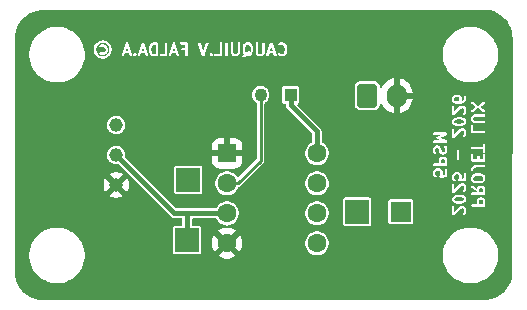
<source format=gbr>
%TF.GenerationSoftware,KiCad,Pcbnew,9.0.6*%
%TF.CreationDate,2025-12-09T16:42:40+01:00*%
%TF.ProjectId,Lumiere,4c756d69-6572-4652-9e6b-696361645f70,rev?*%
%TF.SameCoordinates,Original*%
%TF.FileFunction,Copper,L2,Bot*%
%TF.FilePolarity,Positive*%
%FSLAX46Y46*%
G04 Gerber Fmt 4.6, Leading zero omitted, Abs format (unit mm)*
G04 Created by KiCad (PCBNEW 9.0.6) date 2025-12-09 16:42:40*
%MOMM*%
%LPD*%
G01*
G04 APERTURE LIST*
G04 Aperture macros list*
%AMRoundRect*
0 Rectangle with rounded corners*
0 $1 Rounding radius*
0 $2 $3 $4 $5 $6 $7 $8 $9 X,Y pos of 4 corners*
0 Add a 4 corners polygon primitive as box body*
4,1,4,$2,$3,$4,$5,$6,$7,$8,$9,$2,$3,0*
0 Add four circle primitives for the rounded corners*
1,1,$1+$1,$2,$3*
1,1,$1+$1,$4,$5*
1,1,$1+$1,$6,$7*
1,1,$1+$1,$8,$9*
0 Add four rect primitives between the rounded corners*
20,1,$1+$1,$2,$3,$4,$5,0*
20,1,$1+$1,$4,$5,$6,$7,0*
20,1,$1+$1,$6,$7,$8,$9,0*
20,1,$1+$1,$8,$9,$2,$3,0*%
G04 Aperture macros list end*
%ADD10C,0.200000*%
%TA.AperFunction,ComponentPad*%
%ADD11C,1.150000*%
%TD*%
%TA.AperFunction,ComponentPad*%
%ADD12RoundRect,0.250000X-0.600000X-0.750000X0.600000X-0.750000X0.600000X0.750000X-0.600000X0.750000X0*%
%TD*%
%TA.AperFunction,ComponentPad*%
%ADD13O,1.700000X2.000000*%
%TD*%
%TA.AperFunction,ComponentPad*%
%ADD14RoundRect,0.250000X-0.550000X-0.550000X0.550000X-0.550000X0.550000X0.550000X-0.550000X0.550000X0*%
%TD*%
%TA.AperFunction,ComponentPad*%
%ADD15C,1.600000*%
%TD*%
%TA.AperFunction,ComponentPad*%
%ADD16R,2.000000X2.000000*%
%TD*%
%TA.AperFunction,ComponentPad*%
%ADD17R,1.100000X1.100000*%
%TD*%
%TA.AperFunction,ComponentPad*%
%ADD18C,1.100000*%
%TD*%
%TA.AperFunction,ComponentPad*%
%ADD19R,1.700000X1.700000*%
%TD*%
%TA.AperFunction,ViaPad*%
%ADD20C,1.200000*%
%TD*%
%TA.AperFunction,ViaPad*%
%ADD21C,0.600000*%
%TD*%
%TA.AperFunction,Conductor*%
%ADD22C,0.250000*%
%TD*%
%TA.AperFunction,Conductor*%
%ADD23C,0.400000*%
%TD*%
G04 APERTURE END LIST*
D10*
G36*
X20095634Y-15136641D02*
G01*
X20297439Y-15257724D01*
X20418521Y-15459528D01*
X20458821Y-15661028D01*
X20418521Y-15862528D01*
X20297439Y-16064331D01*
X20095634Y-16185414D01*
X19894135Y-16225714D01*
X19692635Y-16185414D01*
X19490831Y-16064331D01*
X19369749Y-15862528D01*
X19329449Y-15661028D01*
X19369749Y-15459529D01*
X19427782Y-15362806D01*
X19604444Y-15362806D01*
X19607210Y-15401726D01*
X19624659Y-15436625D01*
X19654136Y-15462190D01*
X19691151Y-15474529D01*
X19730071Y-15471763D01*
X19748380Y-15464757D01*
X19822505Y-15427695D01*
X19965767Y-15427695D01*
X20025375Y-15457499D01*
X20097665Y-15529789D01*
X20127469Y-15589397D01*
X20127469Y-15732659D01*
X20097665Y-15792267D01*
X20025375Y-15864556D01*
X19965767Y-15894361D01*
X19822505Y-15894361D01*
X19748380Y-15857299D01*
X19730071Y-15850293D01*
X19691151Y-15847527D01*
X19654136Y-15859866D01*
X19624659Y-15885431D01*
X19607210Y-15920330D01*
X19604444Y-15959250D01*
X19616783Y-15996265D01*
X19642348Y-16025742D01*
X19658938Y-16036185D01*
X19754177Y-16083804D01*
X19772485Y-16090810D01*
X19776068Y-16091064D01*
X19779389Y-16092440D01*
X19798898Y-16094361D01*
X19989374Y-16094361D01*
X20008883Y-16092440D01*
X20012203Y-16091064D01*
X20015787Y-16090810D01*
X20034095Y-16083804D01*
X20129333Y-16036185D01*
X20137729Y-16030899D01*
X20140169Y-16029889D01*
X20142915Y-16027635D01*
X20145923Y-16025742D01*
X20147652Y-16023747D01*
X20155323Y-16017453D01*
X20250561Y-15922215D01*
X20256852Y-15914548D01*
X20258850Y-15912816D01*
X20260745Y-15909804D01*
X20262997Y-15907061D01*
X20264006Y-15904623D01*
X20269293Y-15896225D01*
X20316912Y-15800988D01*
X20323918Y-15782679D01*
X20324172Y-15779095D01*
X20325548Y-15775775D01*
X20327469Y-15756266D01*
X20327469Y-15565790D01*
X20325548Y-15546281D01*
X20324172Y-15542960D01*
X20323918Y-15539377D01*
X20316912Y-15521068D01*
X20269293Y-15425831D01*
X20264006Y-15417432D01*
X20262997Y-15414995D01*
X20260745Y-15412251D01*
X20258850Y-15409240D01*
X20256852Y-15407507D01*
X20250561Y-15399841D01*
X20155323Y-15304603D01*
X20147652Y-15298308D01*
X20145923Y-15296314D01*
X20142915Y-15294420D01*
X20140169Y-15292167D01*
X20137729Y-15291156D01*
X20129333Y-15285871D01*
X20034095Y-15238252D01*
X20015787Y-15231246D01*
X20012203Y-15230991D01*
X20008883Y-15229616D01*
X19989374Y-15227695D01*
X19798898Y-15227695D01*
X19779389Y-15229616D01*
X19776068Y-15230991D01*
X19772485Y-15231246D01*
X19754177Y-15238252D01*
X19658938Y-15285871D01*
X19642348Y-15296314D01*
X19616783Y-15325791D01*
X19604444Y-15362806D01*
X19427782Y-15362806D01*
X19490831Y-15257724D01*
X19692636Y-15136641D01*
X19894135Y-15096341D01*
X20095634Y-15136641D01*
G37*
G36*
X32311091Y-16007413D02*
G01*
X32251481Y-16037219D01*
X32183175Y-16037219D01*
X32191466Y-16028927D01*
X32251076Y-15999123D01*
X32319382Y-15999123D01*
X32311091Y-16007413D01*
G37*
G36*
X32311089Y-15267023D02*
G01*
X32375268Y-15331202D01*
X32413183Y-15482861D01*
X32413183Y-15791575D01*
X32401319Y-15839031D01*
X32378264Y-15815976D01*
X32342216Y-15801044D01*
X32322707Y-15799123D01*
X32227469Y-15799123D01*
X32207960Y-15801044D01*
X32204639Y-15802419D01*
X32201056Y-15802674D01*
X32182747Y-15809680D01*
X32087510Y-15857299D01*
X32079113Y-15862584D01*
X32076673Y-15863595D01*
X32073927Y-15865848D01*
X32070919Y-15867742D01*
X32069186Y-15869739D01*
X32061520Y-15876032D01*
X31989374Y-15948178D01*
X31984432Y-15943236D01*
X31946517Y-15791575D01*
X31946517Y-15482862D01*
X31984432Y-15331202D01*
X32048611Y-15267023D01*
X32108219Y-15237219D01*
X32251481Y-15237219D01*
X32311089Y-15267023D01*
G37*
G36*
X24365564Y-16037219D02*
G01*
X24243695Y-16037219D01*
X24138630Y-16002197D01*
X24071560Y-15935127D01*
X24036106Y-15864218D01*
X23994136Y-15696337D01*
X23994136Y-15578100D01*
X24036106Y-15410218D01*
X24071559Y-15339312D01*
X24138631Y-15272240D01*
X24243695Y-15237219D01*
X24365564Y-15237219D01*
X24365564Y-16037219D01*
G37*
G36*
X22041108Y-15751504D02*
G01*
X21842403Y-15751504D01*
X21941755Y-15453446D01*
X22041108Y-15751504D01*
G37*
G36*
X23374441Y-15751504D02*
G01*
X23175736Y-15751504D01*
X23275088Y-15453446D01*
X23374441Y-15751504D01*
G37*
G36*
X26041108Y-15751504D02*
G01*
X25842403Y-15751504D01*
X25941755Y-15453446D01*
X26041108Y-15751504D01*
G37*
G36*
X34279203Y-15751504D02*
G01*
X34080498Y-15751504D01*
X34179850Y-15453446D01*
X34279203Y-15751504D01*
G37*
G36*
X35629056Y-16538806D02*
G01*
X19016358Y-16538806D01*
X19016358Y-15660923D01*
X19127469Y-15660923D01*
X19127489Y-15661028D01*
X19127469Y-15661133D01*
X19129411Y-15680640D01*
X19177030Y-15918734D01*
X19180585Y-15930411D01*
X19180949Y-15932855D01*
X19182014Y-15935104D01*
X19182740Y-15937488D01*
X19184115Y-15939542D01*
X19189339Y-15950572D01*
X19332196Y-16188668D01*
X19343880Y-16204409D01*
X19347828Y-16207334D01*
X19350755Y-16211284D01*
X19366495Y-16222968D01*
X19604590Y-16365825D01*
X19615621Y-16371048D01*
X19617675Y-16372424D01*
X19620058Y-16373149D01*
X19622308Y-16374215D01*
X19624751Y-16374578D01*
X19636428Y-16378134D01*
X19874524Y-16425753D01*
X19894031Y-16427695D01*
X19894136Y-16427674D01*
X19894241Y-16427695D01*
X19913748Y-16425753D01*
X20151842Y-16378134D01*
X20163519Y-16374578D01*
X20165963Y-16374215D01*
X20168213Y-16373149D01*
X20170596Y-16372424D01*
X20172649Y-16371048D01*
X20183681Y-16365825D01*
X20421775Y-16222968D01*
X20437516Y-16211284D01*
X20440441Y-16207334D01*
X20444391Y-16204409D01*
X20456075Y-16188668D01*
X20494448Y-16124712D01*
X21509207Y-16124712D01*
X21511973Y-16163632D01*
X21529423Y-16198531D01*
X21558899Y-16224096D01*
X21595915Y-16236434D01*
X21634835Y-16233668D01*
X21669734Y-16216218D01*
X21695299Y-16186742D01*
X21703290Y-16168842D01*
X21775736Y-15951504D01*
X22107774Y-15951504D01*
X22180220Y-16168841D01*
X22188211Y-16186742D01*
X22213776Y-16216218D01*
X22248675Y-16233667D01*
X22287595Y-16236434D01*
X22324611Y-16224095D01*
X22354087Y-16198530D01*
X22371537Y-16163631D01*
X22374303Y-16124711D01*
X22369956Y-16105596D01*
X22358121Y-16070091D01*
X22462723Y-16070091D01*
X22462723Y-16109109D01*
X22468695Y-16123527D01*
X22477655Y-16145158D01*
X22477659Y-16145162D01*
X22490091Y-16160311D01*
X22537710Y-16207929D01*
X22552863Y-16220366D01*
X22561866Y-16224095D01*
X22588912Y-16235298D01*
X22627930Y-16235298D01*
X22663978Y-16220366D01*
X22679132Y-16207930D01*
X22726750Y-16160311D01*
X22739187Y-16145158D01*
X22745939Y-16128856D01*
X22747655Y-16124712D01*
X22842540Y-16124712D01*
X22845306Y-16163632D01*
X22862756Y-16198531D01*
X22892232Y-16224096D01*
X22929248Y-16236434D01*
X22968168Y-16233668D01*
X23003067Y-16216218D01*
X23028632Y-16186742D01*
X23036623Y-16168842D01*
X23109069Y-15951504D01*
X23441107Y-15951504D01*
X23513553Y-16168841D01*
X23521544Y-16186742D01*
X23547109Y-16216218D01*
X23582008Y-16233667D01*
X23620928Y-16236434D01*
X23657944Y-16224095D01*
X23687420Y-16198530D01*
X23704870Y-16163631D01*
X23707636Y-16124711D01*
X23703289Y-16105596D01*
X23523354Y-15565790D01*
X23794136Y-15565790D01*
X23794136Y-15708647D01*
X23794471Y-15712049D01*
X23794254Y-15713508D01*
X23795333Y-15720805D01*
X23796057Y-15728156D01*
X23796621Y-15729519D01*
X23797122Y-15732901D01*
X23844741Y-15923376D01*
X23845254Y-15924813D01*
X23845306Y-15925536D01*
X23848414Y-15933660D01*
X23851336Y-15941837D01*
X23851766Y-15942417D01*
X23852312Y-15943844D01*
X23899931Y-16039082D01*
X23905213Y-16047474D01*
X23906226Y-16049918D01*
X23908482Y-16052667D01*
X23910374Y-16055672D01*
X23912368Y-16057401D01*
X23918663Y-16065071D01*
X24013901Y-16160311D01*
X24029054Y-16172747D01*
X24032373Y-16174122D01*
X24035089Y-16176477D01*
X24052989Y-16184468D01*
X24195846Y-16232087D01*
X24205518Y-16234286D01*
X24207960Y-16235298D01*
X24211497Y-16235646D01*
X24214961Y-16236434D01*
X24217595Y-16236246D01*
X24227469Y-16237219D01*
X24465564Y-16237219D01*
X24485073Y-16235298D01*
X24521121Y-16220366D01*
X24548711Y-16192776D01*
X24563643Y-16156728D01*
X24565564Y-16137219D01*
X24565564Y-16117710D01*
X24700819Y-16117710D01*
X24700819Y-16156728D01*
X24715751Y-16192776D01*
X24743341Y-16220366D01*
X24779389Y-16235298D01*
X24798898Y-16237219D01*
X25275088Y-16237219D01*
X25294597Y-16235298D01*
X25330645Y-16220366D01*
X25358235Y-16192776D01*
X25373167Y-16156728D01*
X25375088Y-16137219D01*
X25375088Y-16124712D01*
X25509207Y-16124712D01*
X25511973Y-16163632D01*
X25529423Y-16198531D01*
X25558899Y-16224096D01*
X25595915Y-16236434D01*
X25634835Y-16233668D01*
X25669734Y-16216218D01*
X25695299Y-16186742D01*
X25703290Y-16168842D01*
X25775736Y-15951504D01*
X26107774Y-15951504D01*
X26180220Y-16168841D01*
X26188211Y-16186742D01*
X26213776Y-16216218D01*
X26248675Y-16233667D01*
X26287595Y-16236434D01*
X26324611Y-16224095D01*
X26354087Y-16198530D01*
X26371537Y-16163631D01*
X26374303Y-16124711D01*
X26369956Y-16105596D01*
X26040661Y-15117710D01*
X26415105Y-15117710D01*
X26415105Y-15156728D01*
X26430037Y-15192776D01*
X26457627Y-15220366D01*
X26493675Y-15235298D01*
X26513184Y-15237219D01*
X26889374Y-15237219D01*
X26889374Y-15513409D01*
X26656041Y-15513409D01*
X26636532Y-15515330D01*
X26600484Y-15530262D01*
X26572894Y-15557852D01*
X26557962Y-15593900D01*
X26557962Y-15632918D01*
X26572894Y-15668966D01*
X26600484Y-15696556D01*
X26636532Y-15711488D01*
X26656041Y-15713409D01*
X26889374Y-15713409D01*
X26889374Y-16137219D01*
X26891295Y-16156728D01*
X26906227Y-16192776D01*
X26933817Y-16220366D01*
X26969865Y-16235298D01*
X27008883Y-16235298D01*
X27044931Y-16220366D01*
X27072521Y-16192776D01*
X27087453Y-16156728D01*
X27089374Y-16137219D01*
X27089374Y-15149726D01*
X27985398Y-15149726D01*
X27989745Y-15168842D01*
X28323078Y-16168841D01*
X28331069Y-16186742D01*
X28335752Y-16192141D01*
X28338947Y-16198531D01*
X28348418Y-16206746D01*
X28356634Y-16216218D01*
X28363022Y-16219412D01*
X28368423Y-16224096D01*
X28380324Y-16228063D01*
X28391533Y-16233667D01*
X28398657Y-16234173D01*
X28405439Y-16236434D01*
X28417948Y-16235544D01*
X28430453Y-16236434D01*
X28437231Y-16234174D01*
X28444359Y-16233668D01*
X28455575Y-16228059D01*
X28467469Y-16224095D01*
X28472866Y-16219414D01*
X28479258Y-16216218D01*
X28487476Y-16206742D01*
X28496945Y-16198530D01*
X28500138Y-16192143D01*
X28504823Y-16186742D01*
X28512814Y-16168842D01*
X28545731Y-16070091D01*
X28938914Y-16070091D01*
X28938914Y-16109109D01*
X28944886Y-16123527D01*
X28953846Y-16145158D01*
X28953850Y-16145162D01*
X28966282Y-16160311D01*
X29013901Y-16207929D01*
X29029054Y-16220366D01*
X29038057Y-16224095D01*
X29065103Y-16235298D01*
X29104121Y-16235298D01*
X29140169Y-16220366D01*
X29155323Y-16207930D01*
X29202941Y-16160311D01*
X29215378Y-16145158D01*
X29222130Y-16128856D01*
X29226747Y-16117710D01*
X29319867Y-16117710D01*
X29319867Y-16156728D01*
X29334799Y-16192776D01*
X29362389Y-16220366D01*
X29398437Y-16235298D01*
X29417946Y-16237219D01*
X29894136Y-16237219D01*
X29913645Y-16235298D01*
X29949693Y-16220366D01*
X29977283Y-16192776D01*
X29992215Y-16156728D01*
X29994136Y-16137219D01*
X29994136Y-15137219D01*
X30270326Y-15137219D01*
X30270326Y-16137219D01*
X30272247Y-16156728D01*
X30287179Y-16192776D01*
X30314769Y-16220366D01*
X30350817Y-16235298D01*
X30389835Y-16235298D01*
X30425883Y-16220366D01*
X30453473Y-16192776D01*
X30468405Y-16156728D01*
X30470326Y-16137219D01*
X30470326Y-15137219D01*
X30746517Y-15137219D01*
X30746517Y-15946742D01*
X30748438Y-15966251D01*
X30749813Y-15969571D01*
X30750068Y-15973155D01*
X30757074Y-15991463D01*
X30804693Y-16086701D01*
X30809976Y-16095093D01*
X30810988Y-16097537D01*
X30813244Y-16100286D01*
X30815136Y-16103291D01*
X30817130Y-16105020D01*
X30823425Y-16112690D01*
X30871043Y-16160310D01*
X30878711Y-16166603D01*
X30880443Y-16168600D01*
X30883451Y-16170493D01*
X30886197Y-16172747D01*
X30888637Y-16173757D01*
X30897034Y-16179043D01*
X30992271Y-16226662D01*
X31010580Y-16233668D01*
X31014163Y-16233922D01*
X31017484Y-16235298D01*
X31036993Y-16237219D01*
X31227469Y-16237219D01*
X31246978Y-16235298D01*
X31250298Y-16233922D01*
X31253882Y-16233668D01*
X31272190Y-16226662D01*
X31285614Y-16219950D01*
X31699683Y-16219950D01*
X31702449Y-16258870D01*
X31719898Y-16293769D01*
X31749375Y-16319333D01*
X31786391Y-16331672D01*
X31825311Y-16328906D01*
X31843619Y-16321900D01*
X31938857Y-16274281D01*
X31947253Y-16268995D01*
X31949693Y-16267985D01*
X31952439Y-16265731D01*
X31955447Y-16263838D01*
X31957176Y-16261843D01*
X31964847Y-16255549D01*
X32009119Y-16211276D01*
X32039890Y-16226662D01*
X32058199Y-16233668D01*
X32061782Y-16233922D01*
X32065103Y-16235298D01*
X32084612Y-16237219D01*
X32275088Y-16237219D01*
X32294597Y-16235298D01*
X32297917Y-16233922D01*
X32301501Y-16233668D01*
X32319809Y-16226662D01*
X32415047Y-16179043D01*
X32423442Y-16173758D01*
X32425884Y-16172747D01*
X32428631Y-16170491D01*
X32431637Y-16168600D01*
X32433367Y-16166605D01*
X32441037Y-16160310D01*
X32536275Y-16065071D01*
X32548712Y-16049918D01*
X32551557Y-16043047D01*
X32555983Y-16037075D01*
X32562578Y-16018615D01*
X32610197Y-15828139D01*
X32610697Y-15824757D01*
X32611262Y-15823394D01*
X32611985Y-15816043D01*
X32613065Y-15808746D01*
X32612847Y-15807287D01*
X32613183Y-15803885D01*
X32613183Y-15470552D01*
X32612847Y-15467149D01*
X32613065Y-15465691D01*
X32611985Y-15458393D01*
X32611262Y-15451043D01*
X32610697Y-15449679D01*
X32610197Y-15446298D01*
X32562578Y-15255822D01*
X32555983Y-15237362D01*
X32551556Y-15231387D01*
X32548711Y-15224519D01*
X32536275Y-15209365D01*
X32464129Y-15137219D01*
X32841755Y-15137219D01*
X32841755Y-15946742D01*
X32843676Y-15966251D01*
X32845051Y-15969571D01*
X32845306Y-15973155D01*
X32852312Y-15991463D01*
X32899931Y-16086701D01*
X32905214Y-16095093D01*
X32906226Y-16097537D01*
X32908482Y-16100286D01*
X32910374Y-16103291D01*
X32912368Y-16105020D01*
X32918663Y-16112690D01*
X32966281Y-16160310D01*
X32973949Y-16166603D01*
X32975681Y-16168600D01*
X32978689Y-16170493D01*
X32981435Y-16172747D01*
X32983875Y-16173757D01*
X32992272Y-16179043D01*
X33087509Y-16226662D01*
X33105818Y-16233668D01*
X33109401Y-16233922D01*
X33112722Y-16235298D01*
X33132231Y-16237219D01*
X33322707Y-16237219D01*
X33342216Y-16235298D01*
X33345536Y-16233922D01*
X33349120Y-16233668D01*
X33367428Y-16226662D01*
X33462666Y-16179043D01*
X33471061Y-16173758D01*
X33473503Y-16172747D01*
X33476250Y-16170491D01*
X33479256Y-16168600D01*
X33480986Y-16166605D01*
X33488656Y-16160310D01*
X33524253Y-16124712D01*
X33747302Y-16124712D01*
X33750068Y-16163632D01*
X33767518Y-16198531D01*
X33796994Y-16224096D01*
X33834010Y-16236434D01*
X33872930Y-16233668D01*
X33907829Y-16216218D01*
X33933394Y-16186742D01*
X33941385Y-16168842D01*
X34013831Y-15951504D01*
X34345869Y-15951504D01*
X34418315Y-16168841D01*
X34426306Y-16186742D01*
X34451871Y-16216218D01*
X34486770Y-16233667D01*
X34525690Y-16236434D01*
X34562706Y-16224095D01*
X34592182Y-16198530D01*
X34609632Y-16163631D01*
X34612398Y-16124711D01*
X34608051Y-16105596D01*
X34310502Y-15212948D01*
X34700819Y-15212948D01*
X34700819Y-15251966D01*
X34715751Y-15288014D01*
X34743341Y-15315604D01*
X34779389Y-15330536D01*
X34818407Y-15330536D01*
X34854455Y-15315604D01*
X34869609Y-15303168D01*
X34900535Y-15272240D01*
X35005600Y-15237219D01*
X35068385Y-15237219D01*
X35173449Y-15272240D01*
X35240522Y-15339313D01*
X35275974Y-15410218D01*
X35317945Y-15578099D01*
X35317945Y-15696337D01*
X35275974Y-15864218D01*
X35240521Y-15935124D01*
X35173450Y-16002197D01*
X35068385Y-16037219D01*
X35005600Y-16037219D01*
X34900535Y-16002197D01*
X34869609Y-15971270D01*
X34854456Y-15958833D01*
X34818408Y-15943902D01*
X34779390Y-15943901D01*
X34743341Y-15958832D01*
X34715751Y-15986422D01*
X34700820Y-16022470D01*
X34700819Y-16061488D01*
X34715750Y-16097537D01*
X34728187Y-16112690D01*
X34775805Y-16160310D01*
X34790959Y-16172747D01*
X34794278Y-16174122D01*
X34796994Y-16176477D01*
X34814894Y-16184468D01*
X34957751Y-16232087D01*
X34967423Y-16234286D01*
X34969865Y-16235298D01*
X34973402Y-16235646D01*
X34976866Y-16236434D01*
X34979500Y-16236246D01*
X34989374Y-16237219D01*
X35084612Y-16237219D01*
X35094485Y-16236246D01*
X35097119Y-16236434D01*
X35100582Y-16235646D01*
X35104121Y-16235298D01*
X35106563Y-16234286D01*
X35116235Y-16232087D01*
X35259091Y-16184468D01*
X35276992Y-16176477D01*
X35279707Y-16174122D01*
X35283027Y-16172747D01*
X35298180Y-16160310D01*
X35393418Y-16065071D01*
X35399710Y-16057404D01*
X35401707Y-16055673D01*
X35403600Y-16052665D01*
X35405855Y-16049918D01*
X35406866Y-16047476D01*
X35412150Y-16039082D01*
X35459769Y-15943845D01*
X35460315Y-15942416D01*
X35460745Y-15941837D01*
X35463666Y-15933660D01*
X35466775Y-15925536D01*
X35466826Y-15924815D01*
X35467340Y-15923377D01*
X35514959Y-15732901D01*
X35515459Y-15729519D01*
X35516024Y-15728156D01*
X35516747Y-15720805D01*
X35517827Y-15713508D01*
X35517609Y-15712049D01*
X35517945Y-15708647D01*
X35517945Y-15565790D01*
X35517609Y-15562387D01*
X35517827Y-15560929D01*
X35516747Y-15553631D01*
X35516024Y-15546281D01*
X35515459Y-15544917D01*
X35514959Y-15541536D01*
X35467340Y-15351060D01*
X35466826Y-15349621D01*
X35466775Y-15348901D01*
X35463666Y-15340776D01*
X35460745Y-15332600D01*
X35460315Y-15332020D01*
X35459769Y-15330592D01*
X35412150Y-15235355D01*
X35406863Y-15226956D01*
X35405854Y-15224519D01*
X35403602Y-15221775D01*
X35401707Y-15218764D01*
X35399709Y-15217031D01*
X35393418Y-15209365D01*
X35298180Y-15114127D01*
X35283026Y-15101691D01*
X35279707Y-15100316D01*
X35276992Y-15097961D01*
X35259091Y-15089970D01*
X35116235Y-15042351D01*
X35106563Y-15040151D01*
X35104121Y-15039140D01*
X35100582Y-15038791D01*
X35097119Y-15038004D01*
X35094485Y-15038191D01*
X35084612Y-15037219D01*
X34989374Y-15037219D01*
X34979500Y-15038191D01*
X34976866Y-15038004D01*
X34973402Y-15038791D01*
X34969865Y-15039140D01*
X34967423Y-15040151D01*
X34957751Y-15042351D01*
X34814894Y-15089970D01*
X34796994Y-15097961D01*
X34794278Y-15100316D01*
X34790959Y-15101691D01*
X34775806Y-15114128D01*
X34728187Y-15161746D01*
X34715751Y-15176900D01*
X34700819Y-15212948D01*
X34310502Y-15212948D01*
X34274718Y-15105596D01*
X34266727Y-15087696D01*
X34262042Y-15082294D01*
X34258849Y-15075908D01*
X34249380Y-15067695D01*
X34241162Y-15058220D01*
X34234770Y-15055023D01*
X34229373Y-15050343D01*
X34217479Y-15046378D01*
X34206263Y-15040770D01*
X34199135Y-15040263D01*
X34192357Y-15038004D01*
X34179852Y-15038893D01*
X34167343Y-15038004D01*
X34160561Y-15040264D01*
X34153437Y-15040771D01*
X34142228Y-15046374D01*
X34130327Y-15050342D01*
X34124926Y-15055025D01*
X34118538Y-15058220D01*
X34110322Y-15067691D01*
X34100851Y-15075907D01*
X34097656Y-15082296D01*
X34092973Y-15087696D01*
X34084982Y-15105597D01*
X33751649Y-16105596D01*
X33747302Y-16124712D01*
X33524253Y-16124712D01*
X33536275Y-16112690D01*
X33542567Y-16105023D01*
X33544564Y-16103292D01*
X33546457Y-16100284D01*
X33548712Y-16097537D01*
X33549723Y-16095095D01*
X33555007Y-16086701D01*
X33602626Y-15991464D01*
X33609632Y-15973155D01*
X33609886Y-15969571D01*
X33611262Y-15966251D01*
X33613183Y-15946742D01*
X33613183Y-15137219D01*
X33611262Y-15117710D01*
X33596330Y-15081662D01*
X33568740Y-15054072D01*
X33532692Y-15039140D01*
X33493674Y-15039140D01*
X33457626Y-15054072D01*
X33430036Y-15081662D01*
X33415104Y-15117710D01*
X33413183Y-15137219D01*
X33413183Y-15923135D01*
X33383378Y-15982743D01*
X33358709Y-16007413D01*
X33299100Y-16037219D01*
X33155838Y-16037219D01*
X33096228Y-16007414D01*
X33071561Y-15982746D01*
X33041755Y-15923134D01*
X33041755Y-15137219D01*
X33039834Y-15117710D01*
X33024902Y-15081662D01*
X32997312Y-15054072D01*
X32961264Y-15039140D01*
X32922246Y-15039140D01*
X32886198Y-15054072D01*
X32858608Y-15081662D01*
X32843676Y-15117710D01*
X32841755Y-15137219D01*
X32464129Y-15137219D01*
X32441037Y-15114127D01*
X32433366Y-15107832D01*
X32431637Y-15105838D01*
X32428629Y-15103944D01*
X32425883Y-15101691D01*
X32423443Y-15100680D01*
X32415047Y-15095395D01*
X32319809Y-15047776D01*
X32301501Y-15040770D01*
X32297917Y-15040515D01*
X32294597Y-15039140D01*
X32275088Y-15037219D01*
X32084612Y-15037219D01*
X32065103Y-15039140D01*
X32061782Y-15040515D01*
X32058199Y-15040770D01*
X32039890Y-15047776D01*
X31944653Y-15095395D01*
X31936254Y-15100681D01*
X31933817Y-15101691D01*
X31931073Y-15103942D01*
X31928062Y-15105838D01*
X31926329Y-15107835D01*
X31918663Y-15114127D01*
X31823425Y-15209365D01*
X31810989Y-15224519D01*
X31808143Y-15231387D01*
X31803717Y-15237362D01*
X31797122Y-15255823D01*
X31749503Y-15446298D01*
X31749002Y-15449679D01*
X31748438Y-15451043D01*
X31747714Y-15458393D01*
X31746635Y-15465691D01*
X31746852Y-15467149D01*
X31746517Y-15470552D01*
X31746517Y-15803885D01*
X31746852Y-15807287D01*
X31746635Y-15808746D01*
X31747714Y-15816043D01*
X31748438Y-15823394D01*
X31749002Y-15824757D01*
X31749503Y-15828139D01*
X31797122Y-16018614D01*
X31803717Y-16037075D01*
X31808142Y-16043047D01*
X31810988Y-16049918D01*
X31823425Y-16065071D01*
X31847952Y-16089599D01*
X31834899Y-16102652D01*
X31754177Y-16143014D01*
X31737586Y-16153457D01*
X31712022Y-16182934D01*
X31699683Y-16219950D01*
X31285614Y-16219950D01*
X31367428Y-16179043D01*
X31375823Y-16173758D01*
X31378265Y-16172747D01*
X31381012Y-16170491D01*
X31384018Y-16168600D01*
X31385748Y-16166605D01*
X31393418Y-16160310D01*
X31441037Y-16112690D01*
X31447329Y-16105023D01*
X31449326Y-16103292D01*
X31451219Y-16100284D01*
X31453474Y-16097537D01*
X31454485Y-16095095D01*
X31459769Y-16086701D01*
X31507388Y-15991464D01*
X31514394Y-15973155D01*
X31514648Y-15969571D01*
X31516024Y-15966251D01*
X31517945Y-15946742D01*
X31517945Y-15137219D01*
X31516024Y-15117710D01*
X31501092Y-15081662D01*
X31473502Y-15054072D01*
X31437454Y-15039140D01*
X31398436Y-15039140D01*
X31362388Y-15054072D01*
X31334798Y-15081662D01*
X31319866Y-15117710D01*
X31317945Y-15137219D01*
X31317945Y-15923135D01*
X31288140Y-15982743D01*
X31263471Y-16007413D01*
X31203862Y-16037219D01*
X31060600Y-16037219D01*
X31000990Y-16007414D01*
X30976323Y-15982746D01*
X30946517Y-15923134D01*
X30946517Y-15137219D01*
X30944596Y-15117710D01*
X30929664Y-15081662D01*
X30902074Y-15054072D01*
X30866026Y-15039140D01*
X30827008Y-15039140D01*
X30790960Y-15054072D01*
X30763370Y-15081662D01*
X30748438Y-15117710D01*
X30746517Y-15137219D01*
X30470326Y-15137219D01*
X30468405Y-15117710D01*
X30453473Y-15081662D01*
X30425883Y-15054072D01*
X30389835Y-15039140D01*
X30350817Y-15039140D01*
X30314769Y-15054072D01*
X30287179Y-15081662D01*
X30272247Y-15117710D01*
X30270326Y-15137219D01*
X29994136Y-15137219D01*
X29992215Y-15117710D01*
X29977283Y-15081662D01*
X29949693Y-15054072D01*
X29913645Y-15039140D01*
X29874627Y-15039140D01*
X29838579Y-15054072D01*
X29810989Y-15081662D01*
X29796057Y-15117710D01*
X29794136Y-15137219D01*
X29794136Y-16037219D01*
X29417946Y-16037219D01*
X29398437Y-16039140D01*
X29362389Y-16054072D01*
X29334799Y-16081662D01*
X29319867Y-16117710D01*
X29226747Y-16117710D01*
X29230309Y-16109110D01*
X29230310Y-16070092D01*
X29215379Y-16034043D01*
X29202942Y-16018890D01*
X29155323Y-15971270D01*
X29140170Y-15958833D01*
X29130144Y-15954680D01*
X29113903Y-15947953D01*
X29104121Y-15943901D01*
X29065103Y-15943901D01*
X29055321Y-15947953D01*
X29029055Y-15958832D01*
X29029054Y-15958833D01*
X29013900Y-15971270D01*
X28966282Y-16018890D01*
X28953845Y-16034043D01*
X28944887Y-16055672D01*
X28938914Y-16070091D01*
X28545731Y-16070091D01*
X28846147Y-15168842D01*
X28850494Y-15149727D01*
X28847728Y-15110807D01*
X28830278Y-15075908D01*
X28800802Y-15050343D01*
X28763786Y-15038004D01*
X28724866Y-15040771D01*
X28689967Y-15058220D01*
X28664402Y-15087696D01*
X28656411Y-15105597D01*
X28417946Y-15820991D01*
X28179481Y-15105596D01*
X28171490Y-15087696D01*
X28145925Y-15058220D01*
X28111026Y-15040770D01*
X28072106Y-15038004D01*
X28035090Y-15050342D01*
X28005614Y-15075907D01*
X27988164Y-15110806D01*
X27985398Y-15149726D01*
X27089374Y-15149726D01*
X27089374Y-15137219D01*
X27087453Y-15117710D01*
X27072521Y-15081662D01*
X27044931Y-15054072D01*
X27008883Y-15039140D01*
X26989374Y-15037219D01*
X26513184Y-15037219D01*
X26493675Y-15039140D01*
X26457627Y-15054072D01*
X26430037Y-15081662D01*
X26415105Y-15117710D01*
X26040661Y-15117710D01*
X26036623Y-15105596D01*
X26028632Y-15087696D01*
X26023947Y-15082294D01*
X26020754Y-15075908D01*
X26011285Y-15067695D01*
X26003067Y-15058220D01*
X25996675Y-15055023D01*
X25991278Y-15050343D01*
X25979384Y-15046378D01*
X25968168Y-15040770D01*
X25961040Y-15040263D01*
X25954262Y-15038004D01*
X25941757Y-15038893D01*
X25929248Y-15038004D01*
X25922466Y-15040264D01*
X25915342Y-15040771D01*
X25904133Y-15046374D01*
X25892232Y-15050342D01*
X25886831Y-15055025D01*
X25880443Y-15058220D01*
X25872227Y-15067691D01*
X25862756Y-15075907D01*
X25859561Y-15082296D01*
X25854878Y-15087696D01*
X25846887Y-15105597D01*
X25513554Y-16105596D01*
X25509207Y-16124712D01*
X25375088Y-16124712D01*
X25375088Y-15137219D01*
X25373167Y-15117710D01*
X25358235Y-15081662D01*
X25330645Y-15054072D01*
X25294597Y-15039140D01*
X25255579Y-15039140D01*
X25219531Y-15054072D01*
X25191941Y-15081662D01*
X25177009Y-15117710D01*
X25175088Y-15137219D01*
X25175088Y-16037219D01*
X24798898Y-16037219D01*
X24779389Y-16039140D01*
X24743341Y-16054072D01*
X24715751Y-16081662D01*
X24700819Y-16117710D01*
X24565564Y-16117710D01*
X24565564Y-15137219D01*
X24563643Y-15117710D01*
X24548711Y-15081662D01*
X24521121Y-15054072D01*
X24485073Y-15039140D01*
X24465564Y-15037219D01*
X24227469Y-15037219D01*
X24217595Y-15038191D01*
X24214961Y-15038004D01*
X24211497Y-15038791D01*
X24207960Y-15039140D01*
X24205518Y-15040151D01*
X24195846Y-15042351D01*
X24052989Y-15089970D01*
X24035089Y-15097961D01*
X24032373Y-15100316D01*
X24029055Y-15101691D01*
X24013901Y-15114127D01*
X23918663Y-15209365D01*
X23912368Y-15217035D01*
X23910374Y-15218765D01*
X23908480Y-15221772D01*
X23906227Y-15224519D01*
X23905216Y-15226958D01*
X23899931Y-15235355D01*
X23852312Y-15330593D01*
X23851766Y-15332019D01*
X23851336Y-15332600D01*
X23848414Y-15340776D01*
X23845306Y-15348901D01*
X23845254Y-15349623D01*
X23844741Y-15351061D01*
X23797122Y-15541536D01*
X23796621Y-15544917D01*
X23796057Y-15546281D01*
X23795333Y-15553631D01*
X23794254Y-15560929D01*
X23794471Y-15562387D01*
X23794136Y-15565790D01*
X23523354Y-15565790D01*
X23369956Y-15105596D01*
X23361965Y-15087696D01*
X23357280Y-15082294D01*
X23354087Y-15075908D01*
X23344618Y-15067695D01*
X23336400Y-15058220D01*
X23330008Y-15055023D01*
X23324611Y-15050343D01*
X23312717Y-15046378D01*
X23301501Y-15040770D01*
X23294373Y-15040263D01*
X23287595Y-15038004D01*
X23275090Y-15038893D01*
X23262581Y-15038004D01*
X23255799Y-15040264D01*
X23248675Y-15040771D01*
X23237466Y-15046374D01*
X23225565Y-15050342D01*
X23220164Y-15055025D01*
X23213776Y-15058220D01*
X23205560Y-15067691D01*
X23196089Y-15075907D01*
X23192894Y-15082296D01*
X23188211Y-15087696D01*
X23180220Y-15105597D01*
X22846887Y-16105596D01*
X22842540Y-16124712D01*
X22747655Y-16124712D01*
X22754118Y-16109110D01*
X22754119Y-16070092D01*
X22739188Y-16034043D01*
X22726751Y-16018890D01*
X22679132Y-15971270D01*
X22663979Y-15958833D01*
X22653953Y-15954680D01*
X22637712Y-15947953D01*
X22627930Y-15943901D01*
X22588912Y-15943901D01*
X22579130Y-15947953D01*
X22552864Y-15958832D01*
X22552863Y-15958833D01*
X22537709Y-15971270D01*
X22490091Y-16018890D01*
X22477654Y-16034043D01*
X22468696Y-16055672D01*
X22462723Y-16070091D01*
X22358121Y-16070091D01*
X22036623Y-15105596D01*
X22028632Y-15087696D01*
X22023947Y-15082294D01*
X22020754Y-15075908D01*
X22011285Y-15067695D01*
X22003067Y-15058220D01*
X21996675Y-15055023D01*
X21991278Y-15050343D01*
X21979384Y-15046378D01*
X21968168Y-15040770D01*
X21961040Y-15040263D01*
X21954262Y-15038004D01*
X21941757Y-15038893D01*
X21929248Y-15038004D01*
X21922466Y-15040264D01*
X21915342Y-15040771D01*
X21904133Y-15046374D01*
X21892232Y-15050342D01*
X21886831Y-15055025D01*
X21880443Y-15058220D01*
X21872227Y-15067691D01*
X21862756Y-15075907D01*
X21859561Y-15082296D01*
X21854878Y-15087696D01*
X21846887Y-15105597D01*
X21513554Y-16105596D01*
X21509207Y-16124712D01*
X20494448Y-16124712D01*
X20598932Y-15950572D01*
X20604154Y-15939542D01*
X20605531Y-15937488D01*
X20606256Y-15935104D01*
X20607322Y-15932855D01*
X20607685Y-15930411D01*
X20611241Y-15918735D01*
X20658860Y-15680640D01*
X20660802Y-15661133D01*
X20660781Y-15661028D01*
X20660802Y-15660923D01*
X20658860Y-15641416D01*
X20611241Y-15403321D01*
X20607685Y-15391644D01*
X20607322Y-15389201D01*
X20606256Y-15386951D01*
X20605531Y-15384568D01*
X20604155Y-15382514D01*
X20598932Y-15371483D01*
X20456075Y-15133388D01*
X20444391Y-15117648D01*
X20440442Y-15114722D01*
X20437517Y-15110774D01*
X20421776Y-15099089D01*
X20183681Y-14956231D01*
X20172648Y-14951006D01*
X20170596Y-14949632D01*
X20168215Y-14948907D01*
X20165964Y-14947841D01*
X20163518Y-14947477D01*
X20151842Y-14943922D01*
X19913748Y-14896303D01*
X19894241Y-14894361D01*
X19894136Y-14894381D01*
X19894031Y-14894361D01*
X19874524Y-14896303D01*
X19636428Y-14943922D01*
X19624751Y-14947477D01*
X19622308Y-14947841D01*
X19620058Y-14948906D01*
X19617675Y-14949632D01*
X19615621Y-14951007D01*
X19604590Y-14956231D01*
X19366495Y-15099089D01*
X19350755Y-15110773D01*
X19347828Y-15114722D01*
X19343880Y-15117648D01*
X19332196Y-15133389D01*
X19189339Y-15371483D01*
X19184115Y-15382514D01*
X19182740Y-15384568D01*
X19182014Y-15386950D01*
X19180949Y-15389201D01*
X19180585Y-15391644D01*
X19177030Y-15403322D01*
X19129411Y-15641416D01*
X19127469Y-15660923D01*
X19016358Y-15660923D01*
X19016358Y-14783250D01*
X35629056Y-14783250D01*
X35629056Y-16538806D01*
G37*
G36*
X52028194Y-28414091D02*
G01*
X52052863Y-28438759D01*
X52082668Y-28498369D01*
X52082668Y-28755714D01*
X51758859Y-28755714D01*
X51758859Y-28498369D01*
X51788664Y-28438759D01*
X51813332Y-28414090D01*
X51872942Y-28384286D01*
X51968585Y-28384286D01*
X52028194Y-28414091D01*
G37*
G36*
X50347343Y-28188160D02*
G01*
X50418250Y-28223614D01*
X50442919Y-28248282D01*
X50472724Y-28307892D01*
X50472724Y-28355916D01*
X50442919Y-28415525D01*
X50418250Y-28440193D01*
X50347343Y-28475647D01*
X50179462Y-28517618D01*
X49965986Y-28517618D01*
X49798105Y-28475647D01*
X49727198Y-28440194D01*
X49702527Y-28415523D01*
X49672724Y-28355916D01*
X49672724Y-28307891D01*
X49702527Y-28248284D01*
X49727198Y-28223613D01*
X49798105Y-28188160D01*
X49965986Y-28146190D01*
X50179462Y-28146190D01*
X50347343Y-28188160D01*
G37*
G36*
X52028194Y-27414091D02*
G01*
X52052863Y-27438759D01*
X52082668Y-27498369D01*
X52082668Y-27755714D01*
X51758859Y-27755714D01*
X51758859Y-27498369D01*
X51788664Y-27438759D01*
X51813332Y-27414090D01*
X51872942Y-27384286D01*
X51968585Y-27384286D01*
X52028194Y-27414091D01*
G37*
G36*
X51988685Y-26374582D02*
G01*
X52052864Y-26438761D01*
X52082668Y-26498369D01*
X52082668Y-26641631D01*
X52052864Y-26701239D01*
X51988685Y-26765418D01*
X51837025Y-26803333D01*
X51528311Y-26803333D01*
X51376652Y-26765418D01*
X51312471Y-26701237D01*
X51282668Y-26641631D01*
X51282668Y-26498368D01*
X51312471Y-26438762D01*
X51376652Y-26374581D01*
X51528311Y-26336667D01*
X51837025Y-26336667D01*
X51988685Y-26374582D01*
G37*
G36*
X48808306Y-24961709D02*
G01*
X48832975Y-24986377D01*
X48862780Y-25045987D01*
X48862780Y-25303332D01*
X48538971Y-25303332D01*
X48538971Y-25045987D01*
X48568776Y-24986377D01*
X48593444Y-24961708D01*
X48653054Y-24931904D01*
X48748697Y-24931904D01*
X48808306Y-24961709D01*
G37*
G36*
X50347343Y-21616731D02*
G01*
X50418250Y-21652185D01*
X50442919Y-21676853D01*
X50472724Y-21736463D01*
X50472724Y-21784487D01*
X50442919Y-21844096D01*
X50418250Y-21868764D01*
X50347343Y-21904218D01*
X50179462Y-21946189D01*
X49965986Y-21946189D01*
X49798105Y-21904218D01*
X49727198Y-21868765D01*
X49702527Y-21844094D01*
X49672724Y-21784487D01*
X49672724Y-21736462D01*
X49702527Y-21676855D01*
X49727198Y-21652184D01*
X49798105Y-21616731D01*
X49965986Y-21574761D01*
X50179462Y-21574761D01*
X50347343Y-21616731D01*
G37*
G36*
X50037298Y-19699804D02*
G01*
X50061967Y-19724472D01*
X50091772Y-19784082D01*
X50091772Y-19927344D01*
X50061967Y-19986953D01*
X50037298Y-20011621D01*
X49977689Y-20041427D01*
X49786808Y-20041427D01*
X49727198Y-20011622D01*
X49702527Y-19986951D01*
X49672724Y-19927344D01*
X49672724Y-19784081D01*
X49702527Y-19724474D01*
X49727198Y-19699803D01*
X49786808Y-19669999D01*
X49977689Y-19669999D01*
X50037298Y-19699804D01*
G37*
G36*
X52393779Y-29826808D02*
G01*
X47751669Y-29826808D01*
X47751669Y-28998571D01*
X49472724Y-28998571D01*
X49472724Y-29617618D01*
X49474645Y-29637127D01*
X49489577Y-29673175D01*
X49517167Y-29700765D01*
X49553215Y-29715697D01*
X49592233Y-29715697D01*
X49628281Y-29700765D01*
X49643435Y-29688329D01*
X50198172Y-29133592D01*
X50303236Y-29098571D01*
X50358641Y-29098571D01*
X50418250Y-29128376D01*
X50442919Y-29153044D01*
X50472724Y-29212654D01*
X50472724Y-29403535D01*
X50442919Y-29463144D01*
X50406775Y-29499288D01*
X50394339Y-29514442D01*
X50379407Y-29550490D01*
X50379407Y-29589508D01*
X50394339Y-29625556D01*
X50421929Y-29653146D01*
X50457977Y-29668078D01*
X50496995Y-29668078D01*
X50533043Y-29653146D01*
X50548197Y-29640710D01*
X50595815Y-29593091D01*
X50602107Y-29585424D01*
X50604105Y-29583692D01*
X50605998Y-29580683D01*
X50608252Y-29577938D01*
X50609262Y-29575497D01*
X50614548Y-29567101D01*
X50662167Y-29471864D01*
X50669173Y-29453555D01*
X50669427Y-29449971D01*
X50670803Y-29446651D01*
X50672724Y-29427142D01*
X50672724Y-29189047D01*
X50670803Y-29169538D01*
X50669427Y-29166217D01*
X50669173Y-29162634D01*
X50662167Y-29144325D01*
X50614548Y-29049088D01*
X50609262Y-29040691D01*
X50608252Y-29038251D01*
X50605998Y-29035505D01*
X50604105Y-29032497D01*
X50602107Y-29030764D01*
X50595815Y-29023098D01*
X50548197Y-28975479D01*
X50540526Y-28969184D01*
X50538797Y-28967190D01*
X50535789Y-28965296D01*
X50533043Y-28963043D01*
X50530603Y-28962032D01*
X50522207Y-28956747D01*
X50426969Y-28909128D01*
X50408661Y-28902122D01*
X50405077Y-28901867D01*
X50401757Y-28900492D01*
X50382248Y-28898571D01*
X50287010Y-28898571D01*
X50277136Y-28899543D01*
X50274502Y-28899356D01*
X50271038Y-28900143D01*
X50267501Y-28900492D01*
X50265059Y-28901503D01*
X50255387Y-28903703D01*
X50112530Y-28951322D01*
X50094630Y-28959313D01*
X50091914Y-28961668D01*
X50088596Y-28963043D01*
X50073442Y-28975479D01*
X49672724Y-29376196D01*
X49672724Y-28998571D01*
X49670803Y-28979062D01*
X49655871Y-28943014D01*
X49628281Y-28915424D01*
X49592233Y-28900492D01*
X49553215Y-28900492D01*
X49517167Y-28915424D01*
X49489577Y-28943014D01*
X49474645Y-28979062D01*
X49472724Y-28998571D01*
X47751669Y-28998571D01*
X47751669Y-28836205D01*
X51084589Y-28836205D01*
X51084589Y-28875223D01*
X51099521Y-28911271D01*
X51127111Y-28938861D01*
X51163159Y-28953793D01*
X51182668Y-28955714D01*
X52182668Y-28955714D01*
X52202177Y-28953793D01*
X52238225Y-28938861D01*
X52265815Y-28911271D01*
X52280747Y-28875223D01*
X52282668Y-28855714D01*
X52282668Y-28474762D01*
X52280747Y-28455253D01*
X52279371Y-28451932D01*
X52279117Y-28448349D01*
X52272111Y-28430040D01*
X52224492Y-28334803D01*
X52219206Y-28326406D01*
X52218196Y-28323966D01*
X52215942Y-28321220D01*
X52214049Y-28318212D01*
X52212051Y-28316479D01*
X52205759Y-28308813D01*
X52158141Y-28261194D01*
X52150470Y-28254899D01*
X52148741Y-28252905D01*
X52145733Y-28251011D01*
X52142987Y-28248758D01*
X52140547Y-28247747D01*
X52132151Y-28242462D01*
X52036913Y-28194843D01*
X52018605Y-28187837D01*
X52015021Y-28187582D01*
X52011701Y-28186207D01*
X51992192Y-28184286D01*
X51849335Y-28184286D01*
X51829826Y-28186207D01*
X51826505Y-28187582D01*
X51822922Y-28187837D01*
X51804613Y-28194843D01*
X51709376Y-28242462D01*
X51700979Y-28247747D01*
X51698539Y-28248758D01*
X51695793Y-28251011D01*
X51692785Y-28252905D01*
X51691052Y-28254902D01*
X51683386Y-28261195D01*
X51635767Y-28308813D01*
X51629472Y-28316483D01*
X51627478Y-28318213D01*
X51625584Y-28321220D01*
X51623331Y-28323967D01*
X51622320Y-28326406D01*
X51617035Y-28334803D01*
X51569416Y-28430041D01*
X51562410Y-28448349D01*
X51562155Y-28451932D01*
X51560780Y-28455253D01*
X51558859Y-28474762D01*
X51558859Y-28755714D01*
X51182668Y-28755714D01*
X51163159Y-28757635D01*
X51127111Y-28772567D01*
X51099521Y-28800157D01*
X51084589Y-28836205D01*
X47751669Y-28836205D01*
X47751669Y-28284285D01*
X49472724Y-28284285D01*
X49472724Y-28379523D01*
X49474645Y-28399032D01*
X49476020Y-28402351D01*
X49476275Y-28405937D01*
X49483282Y-28424245D01*
X49530902Y-28519483D01*
X49536186Y-28527878D01*
X49537197Y-28530318D01*
X49539450Y-28533063D01*
X49541345Y-28536074D01*
X49543341Y-28537805D01*
X49549633Y-28545472D01*
X49597252Y-28593090D01*
X49604918Y-28599382D01*
X49606651Y-28601380D01*
X49609659Y-28603273D01*
X49612405Y-28605527D01*
X49614845Y-28606537D01*
X49623242Y-28611823D01*
X49718479Y-28659442D01*
X49719907Y-28659988D01*
X49720487Y-28660418D01*
X49728663Y-28663339D01*
X49736788Y-28666448D01*
X49737508Y-28666499D01*
X49738947Y-28667013D01*
X49929423Y-28714632D01*
X49932804Y-28715132D01*
X49934168Y-28715697D01*
X49941518Y-28716420D01*
X49948816Y-28717500D01*
X49950274Y-28717282D01*
X49953677Y-28717618D01*
X50191772Y-28717618D01*
X50195174Y-28717282D01*
X50196633Y-28717500D01*
X50203930Y-28716420D01*
X50211281Y-28715697D01*
X50212644Y-28715132D01*
X50216026Y-28714632D01*
X50406501Y-28667013D01*
X50407938Y-28666499D01*
X50408661Y-28666448D01*
X50416785Y-28663339D01*
X50424962Y-28660418D01*
X50425542Y-28659987D01*
X50426969Y-28659442D01*
X50522207Y-28611823D01*
X50530603Y-28606537D01*
X50533043Y-28605527D01*
X50535789Y-28603273D01*
X50538797Y-28601380D01*
X50540526Y-28599385D01*
X50548197Y-28593091D01*
X50595815Y-28545472D01*
X50602107Y-28537805D01*
X50604105Y-28536073D01*
X50605998Y-28533064D01*
X50608252Y-28530319D01*
X50609262Y-28527878D01*
X50614548Y-28519482D01*
X50662167Y-28424245D01*
X50669173Y-28405936D01*
X50669427Y-28402352D01*
X50670803Y-28399032D01*
X50672724Y-28379523D01*
X50672724Y-28284285D01*
X50670803Y-28264776D01*
X50669427Y-28261455D01*
X50669173Y-28257872D01*
X50662167Y-28239563D01*
X50614548Y-28144326D01*
X50609262Y-28135929D01*
X50608252Y-28133489D01*
X50605998Y-28130743D01*
X50604105Y-28127735D01*
X50602107Y-28126002D01*
X50595815Y-28118336D01*
X50548197Y-28070717D01*
X50540526Y-28064422D01*
X50538797Y-28062428D01*
X50535789Y-28060534D01*
X50533043Y-28058281D01*
X50530603Y-28057270D01*
X50522207Y-28051985D01*
X50426969Y-28004366D01*
X50425542Y-28003820D01*
X50424962Y-28003390D01*
X50416785Y-28000468D01*
X50408661Y-27997360D01*
X50407938Y-27997308D01*
X50406501Y-27996795D01*
X50216026Y-27949176D01*
X50212644Y-27948675D01*
X50211281Y-27948111D01*
X50203930Y-27947387D01*
X50196633Y-27946308D01*
X50195174Y-27946525D01*
X50191772Y-27946190D01*
X49953677Y-27946190D01*
X49950274Y-27946525D01*
X49948816Y-27946308D01*
X49941518Y-27947387D01*
X49934168Y-27948111D01*
X49932804Y-27948675D01*
X49929423Y-27949176D01*
X49738947Y-27996795D01*
X49737508Y-27997308D01*
X49736788Y-27997360D01*
X49728663Y-28000468D01*
X49720487Y-28003390D01*
X49719907Y-28003819D01*
X49718479Y-28004366D01*
X49623242Y-28051985D01*
X49614845Y-28057270D01*
X49612405Y-28058281D01*
X49609659Y-28060534D01*
X49606651Y-28062428D01*
X49604918Y-28064425D01*
X49597252Y-28070718D01*
X49549633Y-28118336D01*
X49543341Y-28126002D01*
X49541345Y-28127734D01*
X49539450Y-28130744D01*
X49537197Y-28133490D01*
X49536186Y-28135929D01*
X49530902Y-28144325D01*
X49483282Y-28239563D01*
X49476275Y-28257871D01*
X49476020Y-28261456D01*
X49474645Y-28264776D01*
X49472724Y-28284285D01*
X47751669Y-28284285D01*
X47751669Y-27093809D01*
X49472724Y-27093809D01*
X49472724Y-27712856D01*
X49474645Y-27732365D01*
X49489577Y-27768413D01*
X49517167Y-27796003D01*
X49553215Y-27810935D01*
X49592233Y-27810935D01*
X49628281Y-27796003D01*
X49643435Y-27783567D01*
X50198172Y-27228830D01*
X50303236Y-27193809D01*
X50358641Y-27193809D01*
X50418250Y-27223614D01*
X50442919Y-27248282D01*
X50472724Y-27307892D01*
X50472724Y-27498773D01*
X50442919Y-27558382D01*
X50406775Y-27594526D01*
X50394339Y-27609680D01*
X50379407Y-27645728D01*
X50379407Y-27684746D01*
X50394339Y-27720794D01*
X50421929Y-27748384D01*
X50457977Y-27763316D01*
X50496995Y-27763316D01*
X50533043Y-27748384D01*
X50548197Y-27735948D01*
X50595815Y-27688329D01*
X50602107Y-27680662D01*
X50604105Y-27678930D01*
X50605998Y-27675921D01*
X50608252Y-27673176D01*
X50609262Y-27670735D01*
X50614548Y-27662339D01*
X50662167Y-27567102D01*
X50669173Y-27548793D01*
X50669427Y-27545209D01*
X50670803Y-27541889D01*
X50672724Y-27522380D01*
X50672724Y-27284285D01*
X50672511Y-27282118D01*
X51082691Y-27282118D01*
X51089472Y-27320543D01*
X51110441Y-27353448D01*
X51125322Y-27366209D01*
X51558859Y-27669684D01*
X51558859Y-27755714D01*
X51182668Y-27755714D01*
X51163159Y-27757635D01*
X51127111Y-27772567D01*
X51099521Y-27800157D01*
X51084589Y-27836205D01*
X51084589Y-27875223D01*
X51099521Y-27911271D01*
X51127111Y-27938861D01*
X51163159Y-27953793D01*
X51182668Y-27955714D01*
X52182668Y-27955714D01*
X52202177Y-27953793D01*
X52238225Y-27938861D01*
X52265815Y-27911271D01*
X52280747Y-27875223D01*
X52282668Y-27855714D01*
X52282668Y-27474762D01*
X52280747Y-27455253D01*
X52279371Y-27451932D01*
X52279117Y-27448349D01*
X52272111Y-27430040D01*
X52224492Y-27334803D01*
X52219206Y-27326406D01*
X52218196Y-27323966D01*
X52215942Y-27321220D01*
X52214049Y-27318212D01*
X52212051Y-27316479D01*
X52205759Y-27308813D01*
X52158141Y-27261194D01*
X52150470Y-27254899D01*
X52148741Y-27252905D01*
X52145733Y-27251011D01*
X52142987Y-27248758D01*
X52140547Y-27247747D01*
X52132151Y-27242462D01*
X52036913Y-27194843D01*
X52018605Y-27187837D01*
X52015021Y-27187582D01*
X52011701Y-27186207D01*
X51992192Y-27184286D01*
X51849335Y-27184286D01*
X51829826Y-27186207D01*
X51826505Y-27187582D01*
X51822922Y-27187837D01*
X51804613Y-27194843D01*
X51709376Y-27242462D01*
X51700979Y-27247747D01*
X51698539Y-27248758D01*
X51695793Y-27251011D01*
X51692785Y-27252905D01*
X51691052Y-27254902D01*
X51683386Y-27261195D01*
X51635767Y-27308813D01*
X51629472Y-27316483D01*
X51627478Y-27318213D01*
X51625584Y-27321220D01*
X51623331Y-27323967D01*
X51622320Y-27326406D01*
X51617035Y-27334803D01*
X51569416Y-27430041D01*
X51568539Y-27432330D01*
X51240014Y-27202363D01*
X51222930Y-27192749D01*
X51184836Y-27184309D01*
X51146411Y-27191090D01*
X51113506Y-27212059D01*
X51091131Y-27244024D01*
X51082691Y-27282118D01*
X50672511Y-27282118D01*
X50670803Y-27264776D01*
X50669427Y-27261455D01*
X50669173Y-27257872D01*
X50662167Y-27239563D01*
X50614548Y-27144326D01*
X50609262Y-27135929D01*
X50608252Y-27133489D01*
X50605998Y-27130743D01*
X50604105Y-27127735D01*
X50602107Y-27126002D01*
X50595815Y-27118336D01*
X50548197Y-27070717D01*
X50540526Y-27064422D01*
X50538797Y-27062428D01*
X50535789Y-27060534D01*
X50533043Y-27058281D01*
X50530603Y-27057270D01*
X50522207Y-27051985D01*
X50426969Y-27004366D01*
X50408661Y-26997360D01*
X50405077Y-26997105D01*
X50401757Y-26995730D01*
X50382248Y-26993809D01*
X50287010Y-26993809D01*
X50277136Y-26994781D01*
X50274502Y-26994594D01*
X50271038Y-26995381D01*
X50267501Y-26995730D01*
X50265059Y-26996741D01*
X50255387Y-26998941D01*
X50112530Y-27046560D01*
X50094630Y-27054551D01*
X50091914Y-27056906D01*
X50088596Y-27058281D01*
X50073442Y-27070717D01*
X49672724Y-27471434D01*
X49672724Y-27093809D01*
X49670803Y-27074300D01*
X49655871Y-27038252D01*
X49628281Y-27010662D01*
X49592233Y-26995730D01*
X49553215Y-26995730D01*
X49517167Y-27010662D01*
X49489577Y-27038252D01*
X49474645Y-27074300D01*
X49472724Y-27093809D01*
X47751669Y-27093809D01*
X47751669Y-26022380D01*
X47862780Y-26022380D01*
X47862780Y-26260475D01*
X47864701Y-26279984D01*
X47866076Y-26283303D01*
X47866331Y-26286889D01*
X47873338Y-26305197D01*
X47920958Y-26400435D01*
X47926242Y-26408830D01*
X47927253Y-26411270D01*
X47929506Y-26414015D01*
X47931401Y-26417026D01*
X47933397Y-26418757D01*
X47939689Y-26426424D01*
X47987308Y-26474042D01*
X48002461Y-26486479D01*
X48038510Y-26501410D01*
X48077528Y-26501410D01*
X48113576Y-26486479D01*
X48141166Y-26458889D01*
X48156097Y-26422841D01*
X48156097Y-26383823D01*
X48141166Y-26347774D01*
X48128729Y-26332621D01*
X48092583Y-26296475D01*
X48062780Y-26236868D01*
X48062780Y-26045986D01*
X48092583Y-25986379D01*
X48117254Y-25961708D01*
X48176864Y-25931904D01*
X48367745Y-25931904D01*
X48427354Y-25961709D01*
X48452023Y-25986377D01*
X48481828Y-26045987D01*
X48481828Y-26236868D01*
X48452023Y-26296477D01*
X48415879Y-26332621D01*
X48403443Y-26347775D01*
X48401515Y-26352427D01*
X48398328Y-26356324D01*
X48394107Y-26370313D01*
X48388511Y-26383823D01*
X48388511Y-26388860D01*
X48387057Y-26393679D01*
X48388511Y-26408220D01*
X48388511Y-26422841D01*
X48390438Y-26427493D01*
X48390939Y-26432503D01*
X48397848Y-26445383D01*
X48403443Y-26458889D01*
X48407003Y-26462449D01*
X48409384Y-26466887D01*
X48420696Y-26476142D01*
X48431033Y-26486479D01*
X48435685Y-26488406D01*
X48439582Y-26491594D01*
X48453571Y-26495814D01*
X48467081Y-26501411D01*
X48472118Y-26501411D01*
X48476937Y-26502865D01*
X48496540Y-26502836D01*
X48972730Y-26455217D01*
X48979839Y-26453792D01*
X48982289Y-26453792D01*
X48984586Y-26452840D01*
X48991951Y-26451364D01*
X49004831Y-26444454D01*
X49018337Y-26438860D01*
X49021897Y-26435299D01*
X49026335Y-26432919D01*
X49035590Y-26421606D01*
X49045927Y-26411270D01*
X49047854Y-26406617D01*
X49051042Y-26402721D01*
X49055262Y-26388731D01*
X49060859Y-26375222D01*
X49061595Y-26367744D01*
X49062313Y-26365366D01*
X49062069Y-26362929D01*
X49062780Y-26355713D01*
X49062780Y-26331904D01*
X49472724Y-26331904D01*
X49472724Y-26569999D01*
X49474645Y-26589508D01*
X49476020Y-26592827D01*
X49476275Y-26596413D01*
X49483282Y-26614721D01*
X49530902Y-26709959D01*
X49536186Y-26718354D01*
X49537197Y-26720794D01*
X49539450Y-26723539D01*
X49541345Y-26726550D01*
X49543341Y-26728281D01*
X49549633Y-26735948D01*
X49597252Y-26783566D01*
X49612405Y-26796003D01*
X49648454Y-26810934D01*
X49687472Y-26810934D01*
X49723520Y-26796003D01*
X49751110Y-26768413D01*
X49766041Y-26732365D01*
X49766041Y-26693347D01*
X49751110Y-26657298D01*
X49738673Y-26642145D01*
X49702527Y-26605999D01*
X49672724Y-26546392D01*
X49672724Y-26355510D01*
X49702527Y-26295903D01*
X49727198Y-26271232D01*
X49786808Y-26241428D01*
X49977689Y-26241428D01*
X50037298Y-26271233D01*
X50061967Y-26295901D01*
X50091772Y-26355511D01*
X50091772Y-26546392D01*
X50061967Y-26606001D01*
X50025823Y-26642145D01*
X50013387Y-26657299D01*
X50011459Y-26661951D01*
X50008272Y-26665848D01*
X50004051Y-26679837D01*
X49998455Y-26693347D01*
X49998455Y-26698384D01*
X49997001Y-26703203D01*
X49998455Y-26717744D01*
X49998455Y-26732365D01*
X50000382Y-26737017D01*
X50000883Y-26742027D01*
X50007792Y-26754907D01*
X50013387Y-26768413D01*
X50016947Y-26771973D01*
X50019328Y-26776411D01*
X50030640Y-26785666D01*
X50040977Y-26796003D01*
X50045629Y-26797930D01*
X50049526Y-26801118D01*
X50063515Y-26805338D01*
X50077025Y-26810935D01*
X50082062Y-26810935D01*
X50086881Y-26812389D01*
X50106484Y-26812360D01*
X50582674Y-26764741D01*
X50589783Y-26763316D01*
X50592233Y-26763316D01*
X50594530Y-26762364D01*
X50601895Y-26760888D01*
X50614775Y-26753978D01*
X50628281Y-26748384D01*
X50631841Y-26744823D01*
X50636279Y-26742443D01*
X50645534Y-26731130D01*
X50655871Y-26720794D01*
X50657798Y-26716141D01*
X50660986Y-26712245D01*
X50665206Y-26698255D01*
X50670803Y-26684746D01*
X50671539Y-26677268D01*
X50672257Y-26674890D01*
X50672013Y-26672453D01*
X50672724Y-26665237D01*
X50672724Y-26474762D01*
X51082668Y-26474762D01*
X51082668Y-26665238D01*
X51084589Y-26684747D01*
X51085964Y-26688066D01*
X51086219Y-26691652D01*
X51093226Y-26709960D01*
X51140846Y-26805198D01*
X51146130Y-26813593D01*
X51147141Y-26816033D01*
X51149394Y-26818778D01*
X51151289Y-26821789D01*
X51153285Y-26823520D01*
X51159577Y-26831187D01*
X51254815Y-26926425D01*
X51269969Y-26938861D01*
X51276837Y-26941706D01*
X51282812Y-26946133D01*
X51301272Y-26952728D01*
X51491748Y-27000347D01*
X51495129Y-27000847D01*
X51496493Y-27001412D01*
X51503843Y-27002135D01*
X51511141Y-27003215D01*
X51512599Y-27002997D01*
X51516002Y-27003333D01*
X51849335Y-27003333D01*
X51852737Y-27002997D01*
X51854196Y-27003215D01*
X51861493Y-27002135D01*
X51868844Y-27001412D01*
X51870207Y-27000847D01*
X51873589Y-27000347D01*
X52064064Y-26952728D01*
X52082525Y-26946133D01*
X52088499Y-26941706D01*
X52095368Y-26938861D01*
X52110522Y-26926425D01*
X52205760Y-26831187D01*
X52212051Y-26823520D01*
X52214049Y-26821788D01*
X52215944Y-26818776D01*
X52218196Y-26816033D01*
X52219205Y-26813595D01*
X52224492Y-26805197D01*
X52272111Y-26709960D01*
X52279117Y-26691651D01*
X52279371Y-26688067D01*
X52280747Y-26684747D01*
X52282668Y-26665238D01*
X52282668Y-26474762D01*
X52280747Y-26455253D01*
X52279371Y-26451932D01*
X52279117Y-26448349D01*
X52272111Y-26430040D01*
X52224492Y-26334803D01*
X52219205Y-26326404D01*
X52218196Y-26323967D01*
X52215944Y-26321223D01*
X52214049Y-26318212D01*
X52212051Y-26316479D01*
X52205760Y-26308813D01*
X52110522Y-26213575D01*
X52095368Y-26201139D01*
X52088499Y-26198293D01*
X52082525Y-26193867D01*
X52064064Y-26187272D01*
X51873589Y-26139653D01*
X51870207Y-26139152D01*
X51868844Y-26138588D01*
X51861493Y-26137864D01*
X51854196Y-26136785D01*
X51852737Y-26137002D01*
X51849335Y-26136667D01*
X51516002Y-26136667D01*
X51512599Y-26137002D01*
X51511141Y-26136785D01*
X51503843Y-26137864D01*
X51496493Y-26138588D01*
X51495129Y-26139152D01*
X51491748Y-26139653D01*
X51301272Y-26187272D01*
X51282812Y-26193867D01*
X51276837Y-26198293D01*
X51269969Y-26201139D01*
X51254815Y-26213575D01*
X51159577Y-26308813D01*
X51153285Y-26316479D01*
X51151289Y-26318211D01*
X51149394Y-26321221D01*
X51147141Y-26323967D01*
X51146130Y-26326406D01*
X51140846Y-26334802D01*
X51093226Y-26430040D01*
X51086219Y-26448348D01*
X51085964Y-26451933D01*
X51084589Y-26455253D01*
X51082668Y-26474762D01*
X50672724Y-26474762D01*
X50672724Y-26189047D01*
X50670803Y-26169538D01*
X50655871Y-26133490D01*
X50628281Y-26105900D01*
X50592233Y-26090968D01*
X50553215Y-26090968D01*
X50517167Y-26105900D01*
X50489577Y-26133490D01*
X50474645Y-26169538D01*
X50472724Y-26189047D01*
X50472724Y-26574738D01*
X50288451Y-26593165D01*
X50288475Y-26592828D01*
X50289851Y-26589508D01*
X50291772Y-26569999D01*
X50291772Y-26331904D01*
X50289851Y-26312395D01*
X50288475Y-26309074D01*
X50288221Y-26305491D01*
X50281215Y-26287182D01*
X50233596Y-26191945D01*
X50228310Y-26183548D01*
X50227300Y-26181108D01*
X50225046Y-26178362D01*
X50223153Y-26175354D01*
X50221155Y-26173621D01*
X50214863Y-26165955D01*
X50167245Y-26118336D01*
X50159574Y-26112041D01*
X50157845Y-26110047D01*
X50154837Y-26108153D01*
X50152091Y-26105900D01*
X50149651Y-26104889D01*
X50141255Y-26099604D01*
X50046017Y-26051985D01*
X50027709Y-26044979D01*
X50024125Y-26044724D01*
X50020805Y-26043349D01*
X50001296Y-26041428D01*
X49763201Y-26041428D01*
X49743692Y-26043349D01*
X49740371Y-26044724D01*
X49736788Y-26044979D01*
X49718479Y-26051985D01*
X49623242Y-26099604D01*
X49614845Y-26104889D01*
X49612405Y-26105900D01*
X49609659Y-26108153D01*
X49606651Y-26110047D01*
X49604918Y-26112044D01*
X49597252Y-26118337D01*
X49549633Y-26165955D01*
X49543341Y-26173621D01*
X49541345Y-26175353D01*
X49539450Y-26178363D01*
X49537197Y-26181109D01*
X49536186Y-26183548D01*
X49530902Y-26191944D01*
X49483282Y-26287182D01*
X49476275Y-26305490D01*
X49476020Y-26309075D01*
X49474645Y-26312395D01*
X49472724Y-26331904D01*
X49062780Y-26331904D01*
X49062780Y-25879523D01*
X49060859Y-25860014D01*
X49045927Y-25823966D01*
X49030056Y-25808095D01*
X51082668Y-25808095D01*
X51082668Y-25903333D01*
X51084589Y-25922842D01*
X51099521Y-25958890D01*
X51127111Y-25986480D01*
X51163159Y-26001412D01*
X51202177Y-26001412D01*
X51238225Y-25986480D01*
X51265815Y-25958890D01*
X51280747Y-25922842D01*
X51282668Y-25903333D01*
X51282668Y-25824322D01*
X51317690Y-25719257D01*
X51379545Y-25657402D01*
X51484609Y-25622381D01*
X52182668Y-25622381D01*
X52202177Y-25620460D01*
X52238225Y-25605528D01*
X52265815Y-25577938D01*
X52280747Y-25541890D01*
X52280747Y-25502872D01*
X52265815Y-25466824D01*
X52238225Y-25439234D01*
X52202177Y-25424302D01*
X52182668Y-25422381D01*
X51468383Y-25422381D01*
X51458509Y-25423353D01*
X51455875Y-25423166D01*
X51452411Y-25423953D01*
X51448874Y-25424302D01*
X51446432Y-25425313D01*
X51436760Y-25427513D01*
X51293903Y-25475132D01*
X51276003Y-25483123D01*
X51273287Y-25485478D01*
X51269969Y-25486853D01*
X51254815Y-25499289D01*
X51159577Y-25594527D01*
X51147141Y-25609681D01*
X51145766Y-25612999D01*
X51143412Y-25615714D01*
X51135420Y-25633614D01*
X51087800Y-25776472D01*
X51085600Y-25786144D01*
X51084589Y-25788586D01*
X51084240Y-25792123D01*
X51083453Y-25795587D01*
X51083640Y-25798221D01*
X51082668Y-25808095D01*
X49030056Y-25808095D01*
X49018337Y-25796376D01*
X48982289Y-25781444D01*
X48943271Y-25781444D01*
X48907223Y-25796376D01*
X48879633Y-25823966D01*
X48864701Y-25860014D01*
X48862780Y-25879523D01*
X48862780Y-26265214D01*
X48678507Y-26283641D01*
X48678531Y-26283304D01*
X48679907Y-26279984D01*
X48681828Y-26260475D01*
X48681828Y-26022380D01*
X48679907Y-26002871D01*
X48678531Y-25999550D01*
X48678277Y-25995967D01*
X48671271Y-25977658D01*
X48623652Y-25882421D01*
X48618366Y-25874024D01*
X48617356Y-25871584D01*
X48615102Y-25868838D01*
X48613209Y-25865830D01*
X48611211Y-25864097D01*
X48604919Y-25856431D01*
X48557301Y-25808812D01*
X48549630Y-25802517D01*
X48547901Y-25800523D01*
X48544893Y-25798629D01*
X48542147Y-25796376D01*
X48539707Y-25795365D01*
X48531311Y-25790080D01*
X48436073Y-25742461D01*
X48417765Y-25735455D01*
X48414181Y-25735200D01*
X48410861Y-25733825D01*
X48391352Y-25731904D01*
X48153257Y-25731904D01*
X48133748Y-25733825D01*
X48130427Y-25735200D01*
X48126844Y-25735455D01*
X48108535Y-25742461D01*
X48013298Y-25790080D01*
X48004901Y-25795365D01*
X48002461Y-25796376D01*
X47999715Y-25798629D01*
X47996707Y-25800523D01*
X47994974Y-25802520D01*
X47987308Y-25808813D01*
X47939689Y-25856431D01*
X47933397Y-25864097D01*
X47931401Y-25865829D01*
X47929506Y-25868839D01*
X47927253Y-25871585D01*
X47926242Y-25874024D01*
X47920958Y-25882420D01*
X47873338Y-25977658D01*
X47866331Y-25995966D01*
X47866076Y-25999551D01*
X47864701Y-26002871D01*
X47862780Y-26022380D01*
X47751669Y-26022380D01*
X47751669Y-25383823D01*
X47864701Y-25383823D01*
X47864701Y-25422841D01*
X47879633Y-25458889D01*
X47907223Y-25486479D01*
X47943271Y-25501411D01*
X47962780Y-25503332D01*
X48962780Y-25503332D01*
X48982289Y-25501411D01*
X49018337Y-25486479D01*
X49045927Y-25458889D01*
X49060859Y-25422841D01*
X49062780Y-25403332D01*
X49062780Y-25022380D01*
X49060859Y-25002871D01*
X49059483Y-24999550D01*
X49059229Y-24995967D01*
X49052223Y-24977658D01*
X49004604Y-24882421D01*
X48999318Y-24874024D01*
X48998308Y-24871584D01*
X48996054Y-24868838D01*
X48994161Y-24865830D01*
X48992163Y-24864097D01*
X48985871Y-24856431D01*
X48938253Y-24808812D01*
X48930582Y-24802517D01*
X48928853Y-24800523D01*
X48925845Y-24798629D01*
X48923099Y-24796376D01*
X48920659Y-24795365D01*
X48912263Y-24790080D01*
X48817025Y-24742461D01*
X48798717Y-24735455D01*
X48795133Y-24735200D01*
X48791813Y-24733825D01*
X48772304Y-24731904D01*
X48629447Y-24731904D01*
X48609938Y-24733825D01*
X48606617Y-24735200D01*
X48603034Y-24735455D01*
X48584725Y-24742461D01*
X48489488Y-24790080D01*
X48481091Y-24795365D01*
X48478651Y-24796376D01*
X48475905Y-24798629D01*
X48472897Y-24800523D01*
X48471164Y-24802520D01*
X48463498Y-24808813D01*
X48415879Y-24856431D01*
X48409584Y-24864101D01*
X48407590Y-24865831D01*
X48405696Y-24868838D01*
X48403443Y-24871585D01*
X48402432Y-24874024D01*
X48397147Y-24882421D01*
X48349528Y-24977659D01*
X48342522Y-24995967D01*
X48342267Y-24999550D01*
X48340892Y-25002871D01*
X48338971Y-25022380D01*
X48338971Y-25303332D01*
X47962780Y-25303332D01*
X47943271Y-25305253D01*
X47907223Y-25320185D01*
X47879633Y-25347775D01*
X47864701Y-25383823D01*
X47751669Y-25383823D01*
X47751669Y-24069999D01*
X47862780Y-24069999D01*
X47862780Y-24308094D01*
X47863752Y-24317967D01*
X47863565Y-24320602D01*
X47864352Y-24324065D01*
X47864701Y-24327603D01*
X47865712Y-24330044D01*
X47867912Y-24339717D01*
X47915532Y-24482575D01*
X47923524Y-24500475D01*
X47949089Y-24529951D01*
X47983988Y-24547400D01*
X48022908Y-24550166D01*
X48059924Y-24537827D01*
X48089400Y-24512262D01*
X48106849Y-24477363D01*
X48109615Y-24438443D01*
X48105268Y-24419328D01*
X48062780Y-24291866D01*
X48062780Y-24093605D01*
X48092583Y-24033998D01*
X48117254Y-24009327D01*
X48176864Y-23979523D01*
X48224888Y-23979523D01*
X48284497Y-24009328D01*
X48309166Y-24033996D01*
X48344619Y-24104903D01*
X48389576Y-24284728D01*
X48390089Y-24286165D01*
X48390141Y-24286888D01*
X48393249Y-24295012D01*
X48396171Y-24303189D01*
X48396601Y-24303769D01*
X48397147Y-24305196D01*
X48444766Y-24400434D01*
X48450051Y-24408830D01*
X48451062Y-24411270D01*
X48453315Y-24414016D01*
X48455209Y-24417024D01*
X48457203Y-24418753D01*
X48463498Y-24426424D01*
X48511117Y-24474042D01*
X48518783Y-24480334D01*
X48520516Y-24482332D01*
X48523524Y-24484225D01*
X48526270Y-24486479D01*
X48528710Y-24487489D01*
X48537107Y-24492775D01*
X48632344Y-24540394D01*
X48650653Y-24547400D01*
X48654236Y-24547654D01*
X48657557Y-24549030D01*
X48677066Y-24550951D01*
X48772304Y-24550951D01*
X48791813Y-24549030D01*
X48795133Y-24547654D01*
X48798717Y-24547400D01*
X48817025Y-24540394D01*
X48912263Y-24492775D01*
X48920659Y-24487489D01*
X48923099Y-24486479D01*
X48925845Y-24484225D01*
X48928853Y-24482332D01*
X48930582Y-24480337D01*
X48938253Y-24474043D01*
X48985871Y-24426424D01*
X48992163Y-24418757D01*
X48994161Y-24417025D01*
X48996054Y-24414016D01*
X48998308Y-24411271D01*
X48999318Y-24408830D01*
X49004604Y-24400434D01*
X49052223Y-24305197D01*
X49059229Y-24286888D01*
X49059483Y-24283304D01*
X49060859Y-24279984D01*
X49062780Y-24260475D01*
X49062780Y-24189047D01*
X49853677Y-24189047D01*
X49853677Y-24950951D01*
X49855598Y-24970460D01*
X49870530Y-25006508D01*
X49898120Y-25034098D01*
X49934168Y-25049030D01*
X49973186Y-25049030D01*
X50009234Y-25034098D01*
X50036824Y-25006508D01*
X50051756Y-24970460D01*
X50053677Y-24950951D01*
X50053677Y-24570000D01*
X51082668Y-24570000D01*
X51082668Y-25046190D01*
X51084589Y-25065699D01*
X51099521Y-25101747D01*
X51127111Y-25129337D01*
X51163159Y-25144269D01*
X51182668Y-25146190D01*
X52182668Y-25146190D01*
X52202177Y-25144269D01*
X52238225Y-25129337D01*
X52265815Y-25101747D01*
X52280747Y-25065699D01*
X52282668Y-25046190D01*
X52282668Y-24570000D01*
X52280747Y-24550491D01*
X52265815Y-24514443D01*
X52238225Y-24486853D01*
X52202177Y-24471921D01*
X52163159Y-24471921D01*
X52127111Y-24486853D01*
X52099521Y-24514443D01*
X52084589Y-24550491D01*
X52082668Y-24570000D01*
X52082668Y-24946190D01*
X51806478Y-24946190D01*
X51806478Y-24712857D01*
X51804557Y-24693348D01*
X51789625Y-24657300D01*
X51762035Y-24629710D01*
X51725987Y-24614778D01*
X51686969Y-24614778D01*
X51650921Y-24629710D01*
X51623331Y-24657300D01*
X51608399Y-24693348D01*
X51606478Y-24712857D01*
X51606478Y-24946190D01*
X51282668Y-24946190D01*
X51282668Y-24570000D01*
X51280747Y-24550491D01*
X51265815Y-24514443D01*
X51238225Y-24486853D01*
X51202177Y-24471921D01*
X51163159Y-24471921D01*
X51127111Y-24486853D01*
X51099521Y-24514443D01*
X51084589Y-24550491D01*
X51082668Y-24570000D01*
X50053677Y-24570000D01*
X50053677Y-24189047D01*
X50051756Y-24169538D01*
X50036824Y-24133490D01*
X50009234Y-24105900D01*
X49973186Y-24090968D01*
X49934168Y-24090968D01*
X49898120Y-24105900D01*
X49870530Y-24133490D01*
X49855598Y-24169538D01*
X49853677Y-24189047D01*
X49062780Y-24189047D01*
X49062780Y-24022380D01*
X49061807Y-24012506D01*
X49061995Y-24009872D01*
X49061207Y-24006408D01*
X49060859Y-24002871D01*
X49059847Y-24000429D01*
X49057648Y-23990757D01*
X49053750Y-23979062D01*
X51084589Y-23979062D01*
X51084589Y-24018080D01*
X51099521Y-24054128D01*
X51127111Y-24081718D01*
X51163159Y-24096650D01*
X51182668Y-24098571D01*
X52082668Y-24098571D01*
X52082668Y-24284285D01*
X52084589Y-24303794D01*
X52099521Y-24339842D01*
X52127111Y-24367432D01*
X52163159Y-24382364D01*
X52202177Y-24382364D01*
X52238225Y-24367432D01*
X52265815Y-24339842D01*
X52280747Y-24303794D01*
X52282668Y-24284285D01*
X52282668Y-23712857D01*
X52280747Y-23693348D01*
X52265815Y-23657300D01*
X52238225Y-23629710D01*
X52202177Y-23614778D01*
X52163159Y-23614778D01*
X52127111Y-23629710D01*
X52099521Y-23657300D01*
X52084589Y-23693348D01*
X52082668Y-23712857D01*
X52082668Y-23898571D01*
X51182668Y-23898571D01*
X51163159Y-23900492D01*
X51127111Y-23915424D01*
X51099521Y-23943014D01*
X51084589Y-23979062D01*
X49053750Y-23979062D01*
X49010029Y-23847900D01*
X49002038Y-23830000D01*
X48976473Y-23800524D01*
X48941574Y-23783074D01*
X48902654Y-23780308D01*
X48865638Y-23792646D01*
X48836162Y-23818211D01*
X48818712Y-23853110D01*
X48815946Y-23892030D01*
X48820293Y-23911146D01*
X48862780Y-24038606D01*
X48862780Y-24236868D01*
X48832975Y-24296477D01*
X48808306Y-24321145D01*
X48748697Y-24350951D01*
X48700673Y-24350951D01*
X48641063Y-24321146D01*
X48616395Y-24296477D01*
X48580941Y-24225570D01*
X48535985Y-24045745D01*
X48535471Y-24044306D01*
X48535420Y-24043586D01*
X48532311Y-24035461D01*
X48529390Y-24027285D01*
X48528960Y-24026705D01*
X48528414Y-24025277D01*
X48480795Y-23930040D01*
X48475509Y-23921643D01*
X48474499Y-23919203D01*
X48472245Y-23916457D01*
X48470352Y-23913449D01*
X48468354Y-23911716D01*
X48462062Y-23904050D01*
X48414444Y-23856431D01*
X48406773Y-23850136D01*
X48405044Y-23848142D01*
X48402036Y-23846248D01*
X48399290Y-23843995D01*
X48396850Y-23842984D01*
X48388454Y-23837699D01*
X48293216Y-23790080D01*
X48274908Y-23783074D01*
X48271324Y-23782819D01*
X48268004Y-23781444D01*
X48248495Y-23779523D01*
X48153257Y-23779523D01*
X48133748Y-23781444D01*
X48130427Y-23782819D01*
X48126844Y-23783074D01*
X48108535Y-23790080D01*
X48013298Y-23837699D01*
X48004901Y-23842984D01*
X48002461Y-23843995D01*
X47999715Y-23846248D01*
X47996707Y-23848142D01*
X47994974Y-23850139D01*
X47987308Y-23856432D01*
X47939689Y-23904050D01*
X47933397Y-23911716D01*
X47931401Y-23913448D01*
X47929506Y-23916458D01*
X47927253Y-23919204D01*
X47926242Y-23921643D01*
X47920958Y-23930039D01*
X47873338Y-24025277D01*
X47866331Y-24043585D01*
X47866076Y-24047170D01*
X47864701Y-24050490D01*
X47862780Y-24069999D01*
X47751669Y-24069999D01*
X47751669Y-22764776D01*
X47864701Y-22764776D01*
X47864701Y-22803794D01*
X47879633Y-22839842D01*
X47907223Y-22867432D01*
X47943271Y-22882364D01*
X47962780Y-22884285D01*
X48512024Y-22884285D01*
X48206206Y-23027000D01*
X48199060Y-23031232D01*
X48196643Y-23032112D01*
X48194933Y-23033677D01*
X48189340Y-23036991D01*
X48179076Y-23048199D01*
X48167868Y-23058463D01*
X48165988Y-23062490D01*
X48162989Y-23065766D01*
X48157797Y-23080042D01*
X48151367Y-23093821D01*
X48151171Y-23098261D01*
X48149654Y-23102435D01*
X48150321Y-23117618D01*
X48149654Y-23132801D01*
X48151171Y-23136974D01*
X48151367Y-23141415D01*
X48157797Y-23155193D01*
X48162989Y-23169470D01*
X48165988Y-23172745D01*
X48167868Y-23176773D01*
X48179076Y-23187036D01*
X48189340Y-23198245D01*
X48194933Y-23201558D01*
X48196643Y-23203124D01*
X48199060Y-23204003D01*
X48206206Y-23208236D01*
X48512024Y-23350951D01*
X47962780Y-23350951D01*
X47943271Y-23352872D01*
X47907223Y-23367804D01*
X47879633Y-23395394D01*
X47864701Y-23431442D01*
X47864701Y-23470460D01*
X47879633Y-23506508D01*
X47907223Y-23534098D01*
X47943271Y-23549030D01*
X47962780Y-23550951D01*
X48962780Y-23550951D01*
X48975603Y-23549688D01*
X48977963Y-23549792D01*
X48979230Y-23549331D01*
X48982289Y-23549030D01*
X48998319Y-23542389D01*
X49014632Y-23536458D01*
X49016277Y-23534951D01*
X49018337Y-23534098D01*
X49030598Y-23521836D01*
X49043408Y-23510106D01*
X49044352Y-23508082D01*
X49045927Y-23506508D01*
X49052561Y-23490492D01*
X49059908Y-23474749D01*
X49060005Y-23472519D01*
X49060859Y-23470460D01*
X49060859Y-23453108D01*
X49061621Y-23435768D01*
X49060859Y-23433672D01*
X49060859Y-23431442D01*
X49054218Y-23415411D01*
X49048287Y-23399099D01*
X49046780Y-23397453D01*
X49045927Y-23395394D01*
X49033659Y-23383126D01*
X49021935Y-23370324D01*
X49019290Y-23368757D01*
X49018337Y-23367804D01*
X49016155Y-23366900D01*
X49005069Y-23360333D01*
X48484965Y-23117618D01*
X49005069Y-22874903D01*
X49016155Y-22868335D01*
X49018337Y-22867432D01*
X49019290Y-22866478D01*
X49021935Y-22864912D01*
X49033659Y-22852109D01*
X49045927Y-22839842D01*
X49046780Y-22837782D01*
X49048287Y-22836137D01*
X49054218Y-22819824D01*
X49060859Y-22803794D01*
X49060859Y-22801563D01*
X49061621Y-22799468D01*
X49060859Y-22782127D01*
X49060859Y-22764776D01*
X49060005Y-22762716D01*
X49059908Y-22760487D01*
X49052561Y-22744743D01*
X49045927Y-22728728D01*
X49044352Y-22727153D01*
X49043408Y-22725130D01*
X49030598Y-22713399D01*
X49018337Y-22701138D01*
X49016277Y-22700284D01*
X49014632Y-22698778D01*
X48998319Y-22692846D01*
X48982289Y-22686206D01*
X48979230Y-22685904D01*
X48977963Y-22685444D01*
X48975603Y-22685547D01*
X48962780Y-22684285D01*
X47962780Y-22684285D01*
X47943271Y-22686206D01*
X47907223Y-22701138D01*
X47879633Y-22728728D01*
X47864701Y-22764776D01*
X47751669Y-22764776D01*
X47751669Y-22427142D01*
X49472724Y-22427142D01*
X49472724Y-23046189D01*
X49474645Y-23065698D01*
X49489577Y-23101746D01*
X49517167Y-23129336D01*
X49553215Y-23144268D01*
X49592233Y-23144268D01*
X49628281Y-23129336D01*
X49643435Y-23116900D01*
X50198172Y-22562163D01*
X50303236Y-22527142D01*
X50358641Y-22527142D01*
X50418250Y-22556947D01*
X50442919Y-22581615D01*
X50472724Y-22641225D01*
X50472724Y-22832106D01*
X50442919Y-22891715D01*
X50406775Y-22927859D01*
X50394339Y-22943013D01*
X50379407Y-22979061D01*
X50379407Y-23018079D01*
X50394339Y-23054127D01*
X50421929Y-23081717D01*
X50457977Y-23096649D01*
X50496995Y-23096649D01*
X50533043Y-23081717D01*
X50548197Y-23069281D01*
X50595815Y-23021662D01*
X50602107Y-23013995D01*
X50604105Y-23012263D01*
X50605998Y-23009254D01*
X50608252Y-23006509D01*
X50609262Y-23004068D01*
X50614548Y-22995672D01*
X50662167Y-22900435D01*
X50669173Y-22882126D01*
X50669427Y-22878542D01*
X50670803Y-22875222D01*
X50672724Y-22855713D01*
X50672724Y-22617618D01*
X50670803Y-22598109D01*
X50669427Y-22594788D01*
X50669173Y-22591205D01*
X50662167Y-22572896D01*
X50614548Y-22477659D01*
X50609262Y-22469262D01*
X50608252Y-22466822D01*
X50605998Y-22464076D01*
X50604105Y-22461068D01*
X50602107Y-22459335D01*
X50595815Y-22451669D01*
X50548197Y-22404050D01*
X50540526Y-22397755D01*
X50538797Y-22395761D01*
X50535789Y-22393867D01*
X50533043Y-22391614D01*
X50530603Y-22390603D01*
X50522207Y-22385318D01*
X50426969Y-22337699D01*
X50408661Y-22330693D01*
X50405077Y-22330438D01*
X50401757Y-22329063D01*
X50382248Y-22327142D01*
X50287010Y-22327142D01*
X50277136Y-22328114D01*
X50274502Y-22327927D01*
X50271038Y-22328714D01*
X50267501Y-22329063D01*
X50265059Y-22330074D01*
X50255387Y-22332274D01*
X50112530Y-22379893D01*
X50094630Y-22387884D01*
X50091914Y-22390239D01*
X50088596Y-22391614D01*
X50073442Y-22404050D01*
X49672724Y-22804767D01*
X49672724Y-22427142D01*
X49670803Y-22407633D01*
X49655871Y-22371585D01*
X49628281Y-22343995D01*
X49592233Y-22329063D01*
X49553215Y-22329063D01*
X49517167Y-22343995D01*
X49489577Y-22371585D01*
X49474645Y-22407633D01*
X49472724Y-22427142D01*
X47751669Y-22427142D01*
X47751669Y-21712856D01*
X49472724Y-21712856D01*
X49472724Y-21808094D01*
X49474645Y-21827603D01*
X49476020Y-21830922D01*
X49476275Y-21834508D01*
X49483282Y-21852816D01*
X49530902Y-21948054D01*
X49536186Y-21956449D01*
X49537197Y-21958889D01*
X49539450Y-21961634D01*
X49541345Y-21964645D01*
X49543341Y-21966376D01*
X49549633Y-21974043D01*
X49597252Y-22021661D01*
X49604918Y-22027953D01*
X49606651Y-22029951D01*
X49609659Y-22031844D01*
X49612405Y-22034098D01*
X49614845Y-22035108D01*
X49623242Y-22040394D01*
X49718479Y-22088013D01*
X49719907Y-22088559D01*
X49720487Y-22088989D01*
X49728663Y-22091910D01*
X49736788Y-22095019D01*
X49737508Y-22095070D01*
X49738947Y-22095584D01*
X49929423Y-22143203D01*
X49932804Y-22143703D01*
X49934168Y-22144268D01*
X49941518Y-22144991D01*
X49948816Y-22146071D01*
X49950274Y-22145853D01*
X49953677Y-22146189D01*
X50191772Y-22146189D01*
X50195174Y-22145853D01*
X50196633Y-22146071D01*
X50203930Y-22144991D01*
X50211281Y-22144268D01*
X50212644Y-22143703D01*
X50216026Y-22143203D01*
X50223126Y-22141428D01*
X51082668Y-22141428D01*
X51082668Y-22617618D01*
X51084589Y-22637127D01*
X51099521Y-22673175D01*
X51127111Y-22700765D01*
X51163159Y-22715697D01*
X51182668Y-22717618D01*
X52182668Y-22717618D01*
X52202177Y-22715697D01*
X52238225Y-22700765D01*
X52265815Y-22673175D01*
X52280747Y-22637127D01*
X52280747Y-22598109D01*
X52265815Y-22562061D01*
X52238225Y-22534471D01*
X52202177Y-22519539D01*
X52182668Y-22517618D01*
X51282668Y-22517618D01*
X51282668Y-22141428D01*
X51280747Y-22121919D01*
X51265815Y-22085871D01*
X51238225Y-22058281D01*
X51202177Y-22043349D01*
X51163159Y-22043349D01*
X51127111Y-22058281D01*
X51099521Y-22085871D01*
X51084589Y-22121919D01*
X51082668Y-22141428D01*
X50223126Y-22141428D01*
X50406501Y-22095584D01*
X50407938Y-22095070D01*
X50408661Y-22095019D01*
X50416785Y-22091910D01*
X50424962Y-22088989D01*
X50425542Y-22088558D01*
X50426969Y-22088013D01*
X50522207Y-22040394D01*
X50530603Y-22035108D01*
X50533043Y-22034098D01*
X50535789Y-22031844D01*
X50538797Y-22029951D01*
X50540526Y-22027956D01*
X50548197Y-22021662D01*
X50595815Y-21974043D01*
X50602107Y-21966376D01*
X50604105Y-21964644D01*
X50605998Y-21961635D01*
X50608252Y-21958890D01*
X50609262Y-21956449D01*
X50614548Y-21948053D01*
X50662167Y-21852816D01*
X50669173Y-21834507D01*
X50669427Y-21830923D01*
X50670803Y-21827603D01*
X50672724Y-21808094D01*
X50672724Y-21712856D01*
X50670803Y-21693347D01*
X50669427Y-21690026D01*
X50669173Y-21686443D01*
X50662167Y-21668134D01*
X50614548Y-21572897D01*
X50609262Y-21564500D01*
X50608252Y-21562060D01*
X50605998Y-21559314D01*
X50604105Y-21556306D01*
X50602107Y-21554573D01*
X50595815Y-21546907D01*
X50548197Y-21499288D01*
X50540526Y-21492993D01*
X50538797Y-21490999D01*
X50535789Y-21489105D01*
X50533043Y-21486852D01*
X50530603Y-21485841D01*
X50522207Y-21480556D01*
X50426969Y-21432937D01*
X50425542Y-21432391D01*
X50424962Y-21431961D01*
X50416785Y-21429039D01*
X50411826Y-21427142D01*
X51082668Y-21427142D01*
X51082668Y-21617618D01*
X51084589Y-21637127D01*
X51085964Y-21640446D01*
X51086219Y-21644032D01*
X51093226Y-21662340D01*
X51140846Y-21757578D01*
X51146130Y-21765973D01*
X51147141Y-21768413D01*
X51149394Y-21771158D01*
X51151289Y-21774169D01*
X51153285Y-21775900D01*
X51159577Y-21783567D01*
X51207196Y-21831185D01*
X51214862Y-21837477D01*
X51216595Y-21839475D01*
X51219603Y-21841368D01*
X51222349Y-21843622D01*
X51224789Y-21844632D01*
X51233186Y-21849918D01*
X51328423Y-21897537D01*
X51346732Y-21904543D01*
X51350315Y-21904797D01*
X51353636Y-21906173D01*
X51373145Y-21908094D01*
X52182668Y-21908094D01*
X52202177Y-21906173D01*
X52238225Y-21891241D01*
X52265815Y-21863651D01*
X52280747Y-21827603D01*
X52280747Y-21788585D01*
X52265815Y-21752537D01*
X52238225Y-21724947D01*
X52202177Y-21710015D01*
X52182668Y-21708094D01*
X51396752Y-21708094D01*
X51337142Y-21678289D01*
X51312471Y-21653618D01*
X51282668Y-21594011D01*
X51282668Y-21450748D01*
X51312471Y-21391141D01*
X51337142Y-21366470D01*
X51396752Y-21336666D01*
X52182668Y-21336666D01*
X52202177Y-21334745D01*
X52238225Y-21319813D01*
X52265815Y-21292223D01*
X52280747Y-21256175D01*
X52280747Y-21217157D01*
X52265815Y-21181109D01*
X52238225Y-21153519D01*
X52202177Y-21138587D01*
X52182668Y-21136666D01*
X51373145Y-21136666D01*
X51353636Y-21138587D01*
X51350315Y-21139962D01*
X51346732Y-21140217D01*
X51328423Y-21147223D01*
X51233186Y-21194842D01*
X51224789Y-21200127D01*
X51222349Y-21201138D01*
X51219603Y-21203391D01*
X51216595Y-21205285D01*
X51214862Y-21207282D01*
X51207196Y-21213575D01*
X51159577Y-21261193D01*
X51153285Y-21268859D01*
X51151289Y-21270591D01*
X51149394Y-21273601D01*
X51147141Y-21276347D01*
X51146130Y-21278786D01*
X51140846Y-21287182D01*
X51093226Y-21382420D01*
X51086219Y-21400728D01*
X51085964Y-21404313D01*
X51084589Y-21407633D01*
X51082668Y-21427142D01*
X50411826Y-21427142D01*
X50408661Y-21425931D01*
X50407938Y-21425879D01*
X50406501Y-21425366D01*
X50216026Y-21377747D01*
X50212644Y-21377246D01*
X50211281Y-21376682D01*
X50203930Y-21375958D01*
X50196633Y-21374879D01*
X50195174Y-21375096D01*
X50191772Y-21374761D01*
X49953677Y-21374761D01*
X49950274Y-21375096D01*
X49948816Y-21374879D01*
X49941518Y-21375958D01*
X49934168Y-21376682D01*
X49932804Y-21377246D01*
X49929423Y-21377747D01*
X49738947Y-21425366D01*
X49737508Y-21425879D01*
X49736788Y-21425931D01*
X49728663Y-21429039D01*
X49720487Y-21431961D01*
X49719907Y-21432390D01*
X49718479Y-21432937D01*
X49623242Y-21480556D01*
X49614845Y-21485841D01*
X49612405Y-21486852D01*
X49609659Y-21489105D01*
X49606651Y-21490999D01*
X49604918Y-21492996D01*
X49597252Y-21499289D01*
X49549633Y-21546907D01*
X49543341Y-21554573D01*
X49541345Y-21556305D01*
X49539450Y-21559315D01*
X49537197Y-21562061D01*
X49536186Y-21564500D01*
X49530902Y-21572896D01*
X49483282Y-21668134D01*
X49476275Y-21686442D01*
X49476020Y-21690027D01*
X49474645Y-21693347D01*
X49472724Y-21712856D01*
X47751669Y-21712856D01*
X47751669Y-20522380D01*
X49472724Y-20522380D01*
X49472724Y-21141427D01*
X49474645Y-21160936D01*
X49489577Y-21196984D01*
X49517167Y-21224574D01*
X49553215Y-21239506D01*
X49592233Y-21239506D01*
X49628281Y-21224574D01*
X49643435Y-21212138D01*
X50198172Y-20657401D01*
X50303236Y-20622380D01*
X50358641Y-20622380D01*
X50418250Y-20652185D01*
X50442919Y-20676853D01*
X50472724Y-20736463D01*
X50472724Y-20927344D01*
X50442919Y-20986953D01*
X50406775Y-21023097D01*
X50394339Y-21038251D01*
X50379407Y-21074299D01*
X50379407Y-21113317D01*
X50394339Y-21149365D01*
X50421929Y-21176955D01*
X50457977Y-21191887D01*
X50496995Y-21191887D01*
X50533043Y-21176955D01*
X50548197Y-21164519D01*
X50595815Y-21116900D01*
X50602107Y-21109233D01*
X50604105Y-21107501D01*
X50605998Y-21104492D01*
X50608252Y-21101747D01*
X50609262Y-21099306D01*
X50614548Y-21090910D01*
X50662167Y-20995673D01*
X50669173Y-20977364D01*
X50669427Y-20973780D01*
X50670803Y-20970460D01*
X50672724Y-20950951D01*
X50672724Y-20712856D01*
X50670803Y-20693347D01*
X50669427Y-20690026D01*
X50669173Y-20686443D01*
X50662167Y-20668134D01*
X50614548Y-20572897D01*
X50609262Y-20564500D01*
X50608252Y-20562060D01*
X50605998Y-20559314D01*
X50604105Y-20556306D01*
X50602107Y-20554573D01*
X50595815Y-20546907D01*
X50548197Y-20499288D01*
X50540526Y-20492993D01*
X50538797Y-20490999D01*
X50535789Y-20489105D01*
X50533043Y-20486852D01*
X50530603Y-20485841D01*
X50522207Y-20480556D01*
X50426969Y-20432937D01*
X50408661Y-20425931D01*
X50405077Y-20425676D01*
X50401757Y-20424301D01*
X50382248Y-20422380D01*
X50287010Y-20422380D01*
X50277136Y-20423352D01*
X50274502Y-20423165D01*
X50271038Y-20423952D01*
X50267501Y-20424301D01*
X50265059Y-20425312D01*
X50255387Y-20427512D01*
X50112530Y-20475131D01*
X50094630Y-20483122D01*
X50091914Y-20485477D01*
X50088596Y-20486852D01*
X50073442Y-20499288D01*
X49672724Y-20900005D01*
X49672724Y-20522380D01*
X49670803Y-20502871D01*
X49655871Y-20466823D01*
X49628281Y-20439233D01*
X49592233Y-20424301D01*
X49553215Y-20424301D01*
X49517167Y-20439233D01*
X49489577Y-20466823D01*
X49474645Y-20502871D01*
X49472724Y-20522380D01*
X47751669Y-20522380D01*
X47751669Y-19760475D01*
X49472724Y-19760475D01*
X49472724Y-19950951D01*
X49474645Y-19970460D01*
X49476020Y-19973779D01*
X49476275Y-19977365D01*
X49483282Y-19995673D01*
X49530902Y-20090911D01*
X49536186Y-20099306D01*
X49537197Y-20101746D01*
X49539450Y-20104491D01*
X49541345Y-20107502D01*
X49543341Y-20109233D01*
X49549633Y-20116900D01*
X49597252Y-20164518D01*
X49604918Y-20170810D01*
X49606651Y-20172808D01*
X49609659Y-20174701D01*
X49612405Y-20176955D01*
X49614845Y-20177965D01*
X49623242Y-20183251D01*
X49718479Y-20230870D01*
X49736788Y-20237876D01*
X49740371Y-20238130D01*
X49743692Y-20239506D01*
X49763201Y-20241427D01*
X50144153Y-20241427D01*
X50147555Y-20241091D01*
X50149014Y-20241309D01*
X50156311Y-20240229D01*
X50163662Y-20239506D01*
X50165025Y-20238941D01*
X50168407Y-20238441D01*
X50358882Y-20190822D01*
X50363556Y-20189152D01*
X51082668Y-20189152D01*
X51090320Y-20227412D01*
X51112031Y-20259832D01*
X51127198Y-20272252D01*
X51502390Y-20522380D01*
X51127198Y-20772508D01*
X51112031Y-20784928D01*
X51090320Y-20817348D01*
X51082668Y-20855608D01*
X51090240Y-20893885D01*
X51111883Y-20926350D01*
X51144303Y-20948061D01*
X51182563Y-20955713D01*
X51220840Y-20948141D01*
X51238138Y-20938918D01*
X51682668Y-20642564D01*
X52127198Y-20938918D01*
X52144496Y-20948141D01*
X52182773Y-20955713D01*
X52221033Y-20948061D01*
X52253453Y-20926350D01*
X52275096Y-20893885D01*
X52282668Y-20855608D01*
X52275016Y-20817348D01*
X52253305Y-20784928D01*
X52238138Y-20772508D01*
X51862945Y-20522380D01*
X52238138Y-20272252D01*
X52253305Y-20259832D01*
X52275016Y-20227412D01*
X52282668Y-20189152D01*
X52275096Y-20150875D01*
X52253453Y-20118410D01*
X52221033Y-20096699D01*
X52182773Y-20089047D01*
X52144496Y-20096619D01*
X52127198Y-20105842D01*
X51682668Y-20402195D01*
X51238138Y-20105842D01*
X51220840Y-20096619D01*
X51182563Y-20089047D01*
X51144303Y-20096699D01*
X51111883Y-20118410D01*
X51090240Y-20150875D01*
X51082668Y-20189152D01*
X50363556Y-20189152D01*
X50370377Y-20186715D01*
X50372801Y-20186236D01*
X50374997Y-20185064D01*
X50377343Y-20184227D01*
X50379329Y-20182755D01*
X50390099Y-20177013D01*
X50532956Y-20081775D01*
X50533010Y-20081730D01*
X50533043Y-20081717D01*
X50540574Y-20075536D01*
X50548123Y-20069355D01*
X50548142Y-20069325D01*
X50548197Y-20069281D01*
X50595815Y-20021662D01*
X50602107Y-20013995D01*
X50604105Y-20012263D01*
X50605998Y-20009254D01*
X50608252Y-20006509D01*
X50609262Y-20004068D01*
X50614548Y-19995672D01*
X50662167Y-19900435D01*
X50669173Y-19882126D01*
X50669427Y-19878542D01*
X50670803Y-19875222D01*
X50672724Y-19855713D01*
X50672724Y-19665237D01*
X50670803Y-19645728D01*
X50655871Y-19609680D01*
X50628281Y-19582090D01*
X50592233Y-19567158D01*
X50553215Y-19567158D01*
X50517167Y-19582090D01*
X50489577Y-19609680D01*
X50474645Y-19645728D01*
X50472724Y-19665237D01*
X50472724Y-19832106D01*
X50442919Y-19891715D01*
X50413775Y-19920858D01*
X50293571Y-20000995D01*
X50276408Y-20005285D01*
X50281215Y-19995673D01*
X50288221Y-19977364D01*
X50288475Y-19973780D01*
X50289851Y-19970460D01*
X50291772Y-19950951D01*
X50291772Y-19760475D01*
X50289851Y-19740966D01*
X50288475Y-19737645D01*
X50288221Y-19734062D01*
X50281215Y-19715753D01*
X50233596Y-19620516D01*
X50228310Y-19612119D01*
X50227300Y-19609679D01*
X50225046Y-19606933D01*
X50223153Y-19603925D01*
X50221155Y-19602192D01*
X50214863Y-19594526D01*
X50167245Y-19546907D01*
X50159574Y-19540612D01*
X50157845Y-19538618D01*
X50154837Y-19536724D01*
X50152091Y-19534471D01*
X50149651Y-19533460D01*
X50141255Y-19528175D01*
X50046017Y-19480556D01*
X50027709Y-19473550D01*
X50024125Y-19473295D01*
X50020805Y-19471920D01*
X50001296Y-19469999D01*
X49763201Y-19469999D01*
X49743692Y-19471920D01*
X49740371Y-19473295D01*
X49736788Y-19473550D01*
X49718479Y-19480556D01*
X49623242Y-19528175D01*
X49614845Y-19533460D01*
X49612405Y-19534471D01*
X49609659Y-19536724D01*
X49606651Y-19538618D01*
X49604918Y-19540615D01*
X49597252Y-19546908D01*
X49549633Y-19594526D01*
X49543341Y-19602192D01*
X49541345Y-19603924D01*
X49539450Y-19606934D01*
X49537197Y-19609680D01*
X49536186Y-19612119D01*
X49530902Y-19620515D01*
X49483282Y-19715753D01*
X49476275Y-19734061D01*
X49476020Y-19737646D01*
X49474645Y-19740966D01*
X49472724Y-19760475D01*
X47751669Y-19760475D01*
X47751669Y-19358888D01*
X52393779Y-19358888D01*
X52393779Y-29826808D01*
G37*
D11*
%TO.P,RVAR1,1,CCW*%
%TO.N,GND*%
X21035000Y-27130000D03*
%TO.P,RVAR1,2,WIPER*%
%TO.N,Vref*%
X21035000Y-24590000D03*
%TO.P,RVAR1,3,CW*%
%TO.N,+5V*%
X21035000Y-22050000D03*
%TD*%
D12*
%TO.P,J8,1,Pin_1*%
%TO.N,+5V*%
X42280000Y-19565000D03*
D13*
%TO.P,J8,2,Pin_2*%
%TO.N,GND*%
X44780000Y-19565000D03*
%TD*%
D14*
%TO.P,U2,1,GND*%
%TO.N,GND*%
X30415000Y-24435000D03*
D15*
%TO.P,U2,2,+*%
%TO.N,Vcap*%
X30415000Y-26975000D03*
%TO.P,U2,3,-*%
%TO.N,Vref*%
X30415000Y-29515000D03*
%TO.P,U2,4,V-*%
%TO.N,GND*%
X30415000Y-32055000D03*
%TO.P,U2,5,BAL*%
%TO.N,unconnected-(U2-BAL-Pad5)*%
X38035000Y-32055000D03*
%TO.P,U2,6,STRB*%
%TO.N,unconnected-(U2-STRB-Pad6)*%
X38035000Y-29515000D03*
%TO.P,U2,7*%
%TO.N,Vs*%
X38035000Y-26975000D03*
%TO.P,U2,8,V+*%
%TO.N,+5V*%
X38035000Y-24435000D03*
%TD*%
D16*
%TO.P,TP11,1,1*%
%TO.N,Vcap*%
X27130000Y-26690000D03*
%TD*%
%TO.P,TP2,1,1*%
%TO.N,Vs*%
X41430000Y-29390000D03*
%TD*%
%TO.P,TP1,1,1*%
%TO.N,Vref*%
X27030000Y-31790000D03*
%TD*%
D17*
%TO.P,R1,1*%
%TO.N,+5V*%
X35800000Y-19490000D03*
D18*
%TO.P,R1,2*%
%TO.N,Vcap*%
X33260000Y-19490000D03*
%TD*%
D19*
%TO.P,J4,1,Pin_1*%
%TO.N,Vs*%
X45130000Y-29390000D03*
%TD*%
D20*
%TO.N,GND*%
X17030000Y-20090000D03*
X20030000Y-17590000D03*
X45030000Y-26090000D03*
D21*
X18530000Y-35590000D03*
X27530000Y-35590000D03*
D20*
X23030000Y-35590000D03*
X20030000Y-35590000D03*
D21*
X24530000Y-35590000D03*
X21530000Y-35590000D03*
D20*
X29030000Y-35590000D03*
D21*
X42530000Y-35590000D03*
X33530000Y-35590000D03*
X48530000Y-35590000D03*
X39530000Y-35590000D03*
D20*
X32030000Y-35590000D03*
X38030000Y-35590000D03*
D21*
X36530000Y-35590000D03*
D20*
X41030000Y-35590000D03*
X47030000Y-35590000D03*
D21*
X45530000Y-35590000D03*
D20*
X44030000Y-35590000D03*
X26030000Y-35590000D03*
X35030000Y-35590000D03*
D21*
X30530000Y-35590000D03*
X53530000Y-24590000D03*
X53530000Y-21590000D03*
D20*
X53530000Y-20090000D03*
X53530000Y-23090000D03*
X53530000Y-29090000D03*
D21*
X53530000Y-30590000D03*
X53530000Y-18590000D03*
D20*
X53530000Y-26090000D03*
D21*
X53530000Y-27590000D03*
D20*
X18030000Y-29090000D03*
X20030000Y-31590000D03*
X26030000Y-19590000D03*
D21*
X13530000Y-24590000D03*
D20*
X13530000Y-29090000D03*
X13530000Y-26090000D03*
X13530000Y-20090000D03*
D21*
X13530000Y-27590000D03*
X13530000Y-30590000D03*
X13530000Y-18590000D03*
D20*
X13530000Y-23090000D03*
D21*
X13530000Y-21590000D03*
X48530000Y-13590000D03*
X39530000Y-13590000D03*
X45530000Y-13590000D03*
D20*
X38030000Y-13590000D03*
X44030000Y-13590000D03*
D21*
X42530000Y-13590000D03*
D20*
X47030000Y-13590000D03*
X41030000Y-13590000D03*
X32030000Y-13590000D03*
X35030000Y-13590000D03*
D21*
X36530000Y-13590000D03*
X33530000Y-13590000D03*
D20*
X29030000Y-13590000D03*
D21*
X30530000Y-13590000D03*
D20*
X23030000Y-13590000D03*
X26030000Y-13590000D03*
D21*
X27530000Y-13590000D03*
X24530000Y-13590000D03*
D20*
X20030000Y-13590000D03*
D21*
X18530000Y-13590000D03*
X21530000Y-13590000D03*
%TD*%
D22*
%TO.N,Vcap*%
X33260000Y-25060000D02*
X31345000Y-26975000D01*
X31345000Y-26975000D02*
X30415000Y-26975000D01*
X33260000Y-19490000D02*
X33260000Y-25060000D01*
D23*
%TO.N,Vref*%
X27030000Y-29515000D02*
X27030000Y-31790000D01*
X25960000Y-29515000D02*
X27030000Y-29515000D01*
X30415000Y-29515000D02*
X25960000Y-29515000D01*
X21035000Y-24590000D02*
X25960000Y-29515000D01*
%TO.N,+5V*%
X38035000Y-22601700D02*
X38035000Y-24435000D01*
X35800000Y-20366700D02*
X38035000Y-22601700D01*
X35800000Y-19490000D02*
X35800000Y-20366700D01*
%TD*%
%TA.AperFunction,Conductor*%
%TO.N,GND*%
G36*
X52128790Y-12290502D02*
G01*
X52128811Y-12290500D01*
X52141577Y-12290505D01*
X52142760Y-12290978D01*
X52179673Y-12290521D01*
X52180457Y-12290522D01*
X52186384Y-12290666D01*
X52465155Y-12304175D01*
X52480103Y-12305815D01*
X52751432Y-12352393D01*
X52766061Y-12355829D01*
X53029774Y-12434983D01*
X53043874Y-12440169D01*
X53296012Y-12550709D01*
X53309394Y-12557574D01*
X53546259Y-12697877D01*
X53558727Y-12706327D01*
X53579245Y-12722131D01*
X53776812Y-12874311D01*
X53788165Y-12884211D01*
X53984270Y-13077412D01*
X53994337Y-13088615D01*
X54165561Y-13304171D01*
X54174193Y-13316509D01*
X54318002Y-13551232D01*
X54325079Y-13564534D01*
X54439364Y-13814980D01*
X54444774Y-13829042D01*
X54527834Y-14091480D01*
X54531500Y-14106095D01*
X54582121Y-14376690D01*
X54583986Y-14391642D01*
X54601600Y-14669339D01*
X54601849Y-14677293D01*
X54585152Y-34488429D01*
X54584831Y-34497245D01*
X54564811Y-34774801D01*
X54562860Y-34789507D01*
X54510385Y-35059862D01*
X54506693Y-35074230D01*
X54422302Y-35336403D01*
X54416920Y-35350226D01*
X54301829Y-35600436D01*
X54294834Y-35613519D01*
X54150688Y-35848191D01*
X54142182Y-35860344D01*
X53971040Y-36076126D01*
X53961143Y-36087177D01*
X53765452Y-36280983D01*
X53754306Y-36290772D01*
X53536883Y-36459811D01*
X53524648Y-36468200D01*
X53288583Y-36610073D01*
X53275433Y-36616940D01*
X53024120Y-36729604D01*
X53010245Y-36734852D01*
X52747274Y-36816698D01*
X52732871Y-36820251D01*
X52462014Y-36870107D01*
X52447291Y-36871915D01*
X52169388Y-36889259D01*
X52161664Y-36889500D01*
X14822581Y-36889500D01*
X14813635Y-36889177D01*
X14540612Y-36869428D01*
X14525910Y-36867475D01*
X14259912Y-36815798D01*
X14245547Y-36812104D01*
X13987612Y-36729033D01*
X13973792Y-36723650D01*
X13727624Y-36610379D01*
X13714545Y-36603384D01*
X13483669Y-36461535D01*
X13471519Y-36453029D01*
X13259220Y-36284620D01*
X13248176Y-36274728D01*
X13057503Y-36082175D01*
X13047732Y-36071051D01*
X12881401Y-35857095D01*
X12873022Y-35844871D01*
X12832912Y-35778129D01*
X12733435Y-35612600D01*
X12726572Y-35599458D01*
X12711816Y-35566544D01*
X12615720Y-35352188D01*
X12610474Y-35338318D01*
X12590281Y-35273446D01*
X12529938Y-35079582D01*
X12526386Y-35065186D01*
X12523324Y-35048558D01*
X12477320Y-34798695D01*
X12475511Y-34783974D01*
X12474938Y-34774801D01*
X12458410Y-34510265D01*
X12458170Y-34502376D01*
X12458178Y-34497245D01*
X12460346Y-32935946D01*
X13679500Y-32935946D01*
X13679500Y-33244053D01*
X13679501Y-33244069D01*
X13719717Y-33549542D01*
X13799464Y-33847162D01*
X13917376Y-34131826D01*
X13917381Y-34131837D01*
X14010014Y-34292280D01*
X14071438Y-34398670D01*
X14071440Y-34398673D01*
X14071441Y-34398674D01*
X14259007Y-34643115D01*
X14259013Y-34643122D01*
X14476877Y-34860986D01*
X14476883Y-34860991D01*
X14721330Y-35048562D01*
X14892830Y-35147578D01*
X14988162Y-35202618D01*
X14988167Y-35202620D01*
X14988170Y-35202622D01*
X15272836Y-35320535D01*
X15570456Y-35400282D01*
X15875940Y-35440500D01*
X15875947Y-35440500D01*
X16184053Y-35440500D01*
X16184060Y-35440500D01*
X16489544Y-35400282D01*
X16787164Y-35320535D01*
X17071830Y-35202622D01*
X17338670Y-35048562D01*
X17583117Y-34860991D01*
X17800991Y-34643117D01*
X17988562Y-34398670D01*
X18142622Y-34131830D01*
X18260535Y-33847164D01*
X18340282Y-33549544D01*
X18380500Y-33244060D01*
X18380500Y-32935940D01*
X18340282Y-32630456D01*
X18260535Y-32332836D01*
X18142622Y-32048170D01*
X18142620Y-32048167D01*
X18142618Y-32048162D01*
X18057426Y-31900606D01*
X17988562Y-31781330D01*
X17911188Y-31680494D01*
X17800992Y-31536884D01*
X17800986Y-31536877D01*
X17583122Y-31319013D01*
X17583115Y-31319007D01*
X17338674Y-31131441D01*
X17338673Y-31131440D01*
X17338670Y-31131438D01*
X17232280Y-31070014D01*
X17071837Y-30977381D01*
X17071826Y-30977376D01*
X16787162Y-30859464D01*
X16489542Y-30779717D01*
X16184069Y-30739501D01*
X16184066Y-30739500D01*
X16184060Y-30739500D01*
X15875940Y-30739500D01*
X15875934Y-30739500D01*
X15875930Y-30739501D01*
X15570457Y-30779717D01*
X15272837Y-30859464D01*
X14988173Y-30977376D01*
X14988162Y-30977381D01*
X14721325Y-31131441D01*
X14476884Y-31319007D01*
X14476877Y-31319013D01*
X14259013Y-31536877D01*
X14259007Y-31536884D01*
X14071441Y-31781325D01*
X13917381Y-32048162D01*
X13917376Y-32048173D01*
X13799464Y-32332837D01*
X13719717Y-32630457D01*
X13679501Y-32935930D01*
X13679500Y-32935946D01*
X12460346Y-32935946D01*
X12468525Y-27045390D01*
X19960000Y-27045390D01*
X19960000Y-27214609D01*
X19986469Y-27381726D01*
X20038760Y-27542659D01*
X20115580Y-27693427D01*
X20116606Y-27694838D01*
X20116607Y-27694839D01*
X20680000Y-27131446D01*
X20680000Y-27176737D01*
X20704193Y-27267025D01*
X20750930Y-27347975D01*
X20817025Y-27414070D01*
X20897975Y-27460807D01*
X20988263Y-27485000D01*
X21033553Y-27485000D01*
X20470159Y-28048391D01*
X20471578Y-28049422D01*
X20622340Y-28126239D01*
X20783273Y-28178530D01*
X20950391Y-28205000D01*
X21119609Y-28205000D01*
X21286726Y-28178530D01*
X21447659Y-28126239D01*
X21598424Y-28049420D01*
X21599839Y-28048391D01*
X21036448Y-27485000D01*
X21081737Y-27485000D01*
X21172025Y-27460807D01*
X21252975Y-27414070D01*
X21319070Y-27347975D01*
X21365807Y-27267025D01*
X21390000Y-27176737D01*
X21390000Y-27131448D01*
X21953391Y-27694839D01*
X21954420Y-27693424D01*
X22031239Y-27542659D01*
X22083530Y-27381726D01*
X22110000Y-27214609D01*
X22110000Y-27045390D01*
X22083530Y-26878273D01*
X22031239Y-26717340D01*
X21954422Y-26566578D01*
X21953391Y-26565159D01*
X21390000Y-27128551D01*
X21390000Y-27083263D01*
X21365807Y-26992975D01*
X21319070Y-26912025D01*
X21252975Y-26845930D01*
X21172025Y-26799193D01*
X21081737Y-26775000D01*
X21036447Y-26775000D01*
X21599839Y-26211607D01*
X21599838Y-26211606D01*
X21598427Y-26210580D01*
X21447659Y-26133760D01*
X21286726Y-26081469D01*
X21119609Y-26055000D01*
X20950391Y-26055000D01*
X20783273Y-26081469D01*
X20622340Y-26133760D01*
X20471575Y-26210579D01*
X20471572Y-26210581D01*
X20470160Y-26211606D01*
X20470160Y-26211607D01*
X21033554Y-26775000D01*
X20988263Y-26775000D01*
X20897975Y-26799193D01*
X20817025Y-26845930D01*
X20750930Y-26912025D01*
X20704193Y-26992975D01*
X20680000Y-27083263D01*
X20680000Y-27128553D01*
X20116607Y-26565160D01*
X20116606Y-26565160D01*
X20115581Y-26566572D01*
X20115579Y-26566575D01*
X20038760Y-26717340D01*
X19986469Y-26878273D01*
X19960000Y-27045390D01*
X12468525Y-27045390D01*
X12472040Y-24513615D01*
X20259500Y-24513615D01*
X20259500Y-24666384D01*
X20289300Y-24816197D01*
X20289302Y-24816205D01*
X20347759Y-24957334D01*
X20347764Y-24957343D01*
X20432629Y-25084351D01*
X20432632Y-25084355D01*
X20540644Y-25192367D01*
X20540648Y-25192370D01*
X20667656Y-25277235D01*
X20667662Y-25277238D01*
X20667663Y-25277239D01*
X20808795Y-25335698D01*
X20944217Y-25362635D01*
X20958615Y-25365499D01*
X20958619Y-25365500D01*
X20958620Y-25365500D01*
X21111380Y-25365500D01*
X21157081Y-25356409D01*
X21226668Y-25362635D01*
X21268952Y-25390345D01*
X25714087Y-29835480D01*
X25805412Y-29888207D01*
X25907273Y-29915500D01*
X26012727Y-29915500D01*
X26505500Y-29915500D01*
X26572539Y-29935185D01*
X26618294Y-29987989D01*
X26629500Y-30039500D01*
X26629500Y-30465500D01*
X26609815Y-30532539D01*
X26557011Y-30578294D01*
X26505500Y-30589500D01*
X26010247Y-30589500D01*
X25951770Y-30601131D01*
X25951769Y-30601132D01*
X25885447Y-30645447D01*
X25841132Y-30711769D01*
X25841131Y-30711770D01*
X25829500Y-30770247D01*
X25829500Y-32809752D01*
X25841131Y-32868229D01*
X25841132Y-32868230D01*
X25885447Y-32934552D01*
X25951769Y-32978867D01*
X25951770Y-32978868D01*
X26010247Y-32990499D01*
X26010250Y-32990500D01*
X26010252Y-32990500D01*
X28049750Y-32990500D01*
X28049751Y-32990499D01*
X28064568Y-32987552D01*
X28108229Y-32978868D01*
X28108229Y-32978867D01*
X28108231Y-32978867D01*
X28174552Y-32934552D01*
X28218867Y-32868231D01*
X28218867Y-32868229D01*
X28218868Y-32868229D01*
X28230499Y-32809752D01*
X28230500Y-32809750D01*
X28230500Y-30770249D01*
X28230499Y-30770247D01*
X28218868Y-30711770D01*
X28218867Y-30711769D01*
X28174552Y-30645447D01*
X28108230Y-30601132D01*
X28108229Y-30601131D01*
X28049752Y-30589500D01*
X28049748Y-30589500D01*
X27554500Y-30589500D01*
X27487461Y-30569815D01*
X27441706Y-30517011D01*
X27430500Y-30465500D01*
X27430500Y-30039500D01*
X27450185Y-29972461D01*
X27502989Y-29926706D01*
X27554500Y-29915500D01*
X29415105Y-29915500D01*
X29482144Y-29935185D01*
X29524506Y-29984073D01*
X29525498Y-29983544D01*
X29527833Y-29987913D01*
X29527899Y-29987989D01*
X29528009Y-29988243D01*
X29528371Y-29988920D01*
X29637860Y-30152781D01*
X29637863Y-30152785D01*
X29777214Y-30292136D01*
X29777218Y-30292139D01*
X29941079Y-30401628D01*
X29941092Y-30401635D01*
X30101869Y-30468230D01*
X30123165Y-30477051D01*
X30255674Y-30503409D01*
X30304061Y-30513034D01*
X30365972Y-30545419D01*
X30400546Y-30606134D01*
X30396807Y-30675904D01*
X30355940Y-30732576D01*
X30299269Y-30757124D01*
X30110581Y-30787010D01*
X29915968Y-30850244D01*
X29733644Y-30943143D01*
X29689077Y-30975523D01*
X29689077Y-30975524D01*
X30368554Y-31655000D01*
X30362339Y-31655000D01*
X30260606Y-31682259D01*
X30169394Y-31734920D01*
X30094920Y-31809394D01*
X30042259Y-31900606D01*
X30015000Y-32002339D01*
X30015000Y-32008553D01*
X29335524Y-31329077D01*
X29335523Y-31329077D01*
X29303143Y-31373644D01*
X29210244Y-31555968D01*
X29147009Y-31750582D01*
X29115000Y-31952682D01*
X29115000Y-32157317D01*
X29147009Y-32359417D01*
X29210244Y-32554031D01*
X29303141Y-32736350D01*
X29303147Y-32736359D01*
X29335523Y-32780921D01*
X29335524Y-32780922D01*
X30015000Y-32101446D01*
X30015000Y-32107661D01*
X30042259Y-32209394D01*
X30094920Y-32300606D01*
X30169394Y-32375080D01*
X30260606Y-32427741D01*
X30362339Y-32455000D01*
X30368553Y-32455000D01*
X29689076Y-33134474D01*
X29733650Y-33166859D01*
X29915968Y-33259755D01*
X30110582Y-33322990D01*
X30312683Y-33355000D01*
X30517317Y-33355000D01*
X30719417Y-33322990D01*
X30914031Y-33259755D01*
X31096349Y-33166859D01*
X31140921Y-33134474D01*
X30461447Y-32455000D01*
X30467661Y-32455000D01*
X30569394Y-32427741D01*
X30660606Y-32375080D01*
X30735080Y-32300606D01*
X30787741Y-32209394D01*
X30815000Y-32107661D01*
X30815000Y-32101447D01*
X31494474Y-32780921D01*
X31526859Y-32736349D01*
X31619755Y-32554031D01*
X31682990Y-32359417D01*
X31715000Y-32157317D01*
X31715000Y-32153543D01*
X37034499Y-32153543D01*
X37072947Y-32346829D01*
X37072950Y-32346839D01*
X37148364Y-32528907D01*
X37148371Y-32528920D01*
X37257860Y-32692781D01*
X37257863Y-32692785D01*
X37397214Y-32832136D01*
X37397218Y-32832139D01*
X37561079Y-32941628D01*
X37561092Y-32941635D01*
X37743160Y-33017049D01*
X37743165Y-33017051D01*
X37743169Y-33017051D01*
X37743170Y-33017052D01*
X37936456Y-33055500D01*
X37936459Y-33055500D01*
X38133543Y-33055500D01*
X38263582Y-33029632D01*
X38326835Y-33017051D01*
X38508914Y-32941632D01*
X38517424Y-32935946D01*
X48679500Y-32935946D01*
X48679500Y-33244053D01*
X48679501Y-33244069D01*
X48719717Y-33549542D01*
X48799464Y-33847162D01*
X48917376Y-34131826D01*
X48917381Y-34131837D01*
X49010014Y-34292280D01*
X49071438Y-34398670D01*
X49071440Y-34398673D01*
X49071441Y-34398674D01*
X49259007Y-34643115D01*
X49259013Y-34643122D01*
X49476877Y-34860986D01*
X49476883Y-34860991D01*
X49721330Y-35048562D01*
X49892830Y-35147578D01*
X49988162Y-35202618D01*
X49988167Y-35202620D01*
X49988170Y-35202622D01*
X50272836Y-35320535D01*
X50570456Y-35400282D01*
X50875940Y-35440500D01*
X50875947Y-35440500D01*
X51184053Y-35440500D01*
X51184060Y-35440500D01*
X51489544Y-35400282D01*
X51787164Y-35320535D01*
X52071830Y-35202622D01*
X52338670Y-35048562D01*
X52583117Y-34860991D01*
X52800991Y-34643117D01*
X52988562Y-34398670D01*
X53142622Y-34131830D01*
X53260535Y-33847164D01*
X53340282Y-33549544D01*
X53380500Y-33244060D01*
X53380500Y-32935940D01*
X53340282Y-32630456D01*
X53260535Y-32332836D01*
X53142622Y-32048170D01*
X53142620Y-32048167D01*
X53142618Y-32048162D01*
X53057426Y-31900606D01*
X52988562Y-31781330D01*
X52911188Y-31680494D01*
X52800992Y-31536884D01*
X52800986Y-31536877D01*
X52583122Y-31319013D01*
X52583115Y-31319007D01*
X52338674Y-31131441D01*
X52338673Y-31131440D01*
X52338670Y-31131438D01*
X52232280Y-31070014D01*
X52071837Y-30977381D01*
X52071826Y-30977376D01*
X51787162Y-30859464D01*
X51489542Y-30779717D01*
X51184069Y-30739501D01*
X51184066Y-30739500D01*
X51184060Y-30739500D01*
X50875940Y-30739500D01*
X50875934Y-30739500D01*
X50875930Y-30739501D01*
X50570457Y-30779717D01*
X50272837Y-30859464D01*
X49988173Y-30977376D01*
X49988162Y-30977381D01*
X49721325Y-31131441D01*
X49476884Y-31319007D01*
X49476877Y-31319013D01*
X49259013Y-31536877D01*
X49259007Y-31536884D01*
X49071441Y-31781325D01*
X48917381Y-32048162D01*
X48917376Y-32048173D01*
X48799464Y-32332837D01*
X48719717Y-32630457D01*
X48679501Y-32935930D01*
X48679500Y-32935946D01*
X38517424Y-32935946D01*
X38672782Y-32832139D01*
X38812139Y-32692782D01*
X38921632Y-32528914D01*
X38997051Y-32346835D01*
X39035500Y-32153541D01*
X39035500Y-31956459D01*
X39035500Y-31956456D01*
X38997052Y-31763170D01*
X38997051Y-31763169D01*
X38997051Y-31763165D01*
X38985352Y-31734920D01*
X38921635Y-31581092D01*
X38921628Y-31581079D01*
X38812139Y-31417218D01*
X38812136Y-31417214D01*
X38672785Y-31277863D01*
X38672781Y-31277860D01*
X38508920Y-31168371D01*
X38508907Y-31168364D01*
X38326839Y-31092950D01*
X38326829Y-31092947D01*
X38133543Y-31054500D01*
X38133541Y-31054500D01*
X37936459Y-31054500D01*
X37936457Y-31054500D01*
X37743170Y-31092947D01*
X37743160Y-31092950D01*
X37561092Y-31168364D01*
X37561079Y-31168371D01*
X37397218Y-31277860D01*
X37397214Y-31277863D01*
X37257863Y-31417214D01*
X37257860Y-31417218D01*
X37148371Y-31581079D01*
X37148364Y-31581092D01*
X37072950Y-31763160D01*
X37072947Y-31763170D01*
X37034500Y-31956456D01*
X37034500Y-31956459D01*
X37034500Y-32153541D01*
X37034500Y-32153543D01*
X37034499Y-32153543D01*
X31715000Y-32153543D01*
X31715000Y-31952682D01*
X31682990Y-31750582D01*
X31619755Y-31555968D01*
X31526859Y-31373650D01*
X31494474Y-31329077D01*
X31494474Y-31329076D01*
X30815000Y-32008551D01*
X30815000Y-32002339D01*
X30787741Y-31900606D01*
X30735080Y-31809394D01*
X30660606Y-31734920D01*
X30569394Y-31682259D01*
X30467661Y-31655000D01*
X30461446Y-31655000D01*
X31140922Y-30975524D01*
X31140921Y-30975523D01*
X31096359Y-30943147D01*
X31096350Y-30943141D01*
X30914031Y-30850244D01*
X30719417Y-30787009D01*
X30530731Y-30757124D01*
X30467596Y-30727194D01*
X30430665Y-30667883D01*
X30431663Y-30598020D01*
X30470273Y-30539788D01*
X30525938Y-30513034D01*
X30706835Y-30477051D01*
X30847655Y-30418721D01*
X30888907Y-30401635D01*
X30888907Y-30401634D01*
X30888914Y-30401632D01*
X31052782Y-30292139D01*
X31192139Y-30152782D01*
X31301632Y-29988914D01*
X31377051Y-29806835D01*
X31415500Y-29613543D01*
X37034499Y-29613543D01*
X37072947Y-29806829D01*
X37072950Y-29806839D01*
X37148364Y-29988907D01*
X37148371Y-29988920D01*
X37257860Y-30152781D01*
X37257863Y-30152785D01*
X37397214Y-30292136D01*
X37397218Y-30292139D01*
X37561079Y-30401628D01*
X37561092Y-30401635D01*
X37721869Y-30468230D01*
X37743165Y-30477051D01*
X37743169Y-30477051D01*
X37743170Y-30477052D01*
X37936456Y-30515500D01*
X37936459Y-30515500D01*
X38133543Y-30515500D01*
X38263582Y-30489632D01*
X38326835Y-30477051D01*
X38467655Y-30418721D01*
X38508907Y-30401635D01*
X38508907Y-30401634D01*
X38508914Y-30401632D01*
X38672782Y-30292139D01*
X38812139Y-30152782D01*
X38921632Y-29988914D01*
X38997051Y-29806835D01*
X39035500Y-29613541D01*
X39035500Y-29416459D01*
X39035500Y-29416456D01*
X38997052Y-29223170D01*
X38997051Y-29223169D01*
X38997051Y-29223165D01*
X38942864Y-29092345D01*
X38921635Y-29041092D01*
X38921628Y-29041079D01*
X38812139Y-28877218D01*
X38812136Y-28877214D01*
X38672785Y-28737863D01*
X38672781Y-28737860D01*
X38508920Y-28628371D01*
X38508907Y-28628364D01*
X38326839Y-28552950D01*
X38326829Y-28552947D01*
X38133543Y-28514500D01*
X38133541Y-28514500D01*
X37936459Y-28514500D01*
X37936457Y-28514500D01*
X37743170Y-28552947D01*
X37743160Y-28552950D01*
X37561092Y-28628364D01*
X37561079Y-28628371D01*
X37397218Y-28737860D01*
X37397214Y-28737863D01*
X37257863Y-28877214D01*
X37257860Y-28877218D01*
X37148371Y-29041079D01*
X37148364Y-29041092D01*
X37072950Y-29223160D01*
X37072947Y-29223170D01*
X37034500Y-29416456D01*
X37034500Y-29416459D01*
X37034500Y-29613541D01*
X37034500Y-29613543D01*
X37034499Y-29613543D01*
X31415500Y-29613543D01*
X31415500Y-29613541D01*
X31415500Y-29416459D01*
X31415500Y-29416456D01*
X31377052Y-29223170D01*
X31377051Y-29223169D01*
X31377051Y-29223165D01*
X31322864Y-29092345D01*
X31301635Y-29041092D01*
X31301628Y-29041079D01*
X31192139Y-28877218D01*
X31192136Y-28877214D01*
X31052785Y-28737863D01*
X31052781Y-28737860D01*
X30888920Y-28628371D01*
X30888907Y-28628364D01*
X30706839Y-28552950D01*
X30706829Y-28552947D01*
X30513543Y-28514500D01*
X30513541Y-28514500D01*
X30316459Y-28514500D01*
X30316457Y-28514500D01*
X30123170Y-28552947D01*
X30123160Y-28552950D01*
X29941092Y-28628364D01*
X29941079Y-28628371D01*
X29777218Y-28737860D01*
X29777214Y-28737863D01*
X29637863Y-28877214D01*
X29637860Y-28877218D01*
X29528371Y-29041079D01*
X29525498Y-29046456D01*
X29523618Y-29045451D01*
X29485841Y-29092345D01*
X29419550Y-29114420D01*
X29415105Y-29114500D01*
X26177255Y-29114500D01*
X26110216Y-29094815D01*
X26089574Y-29078181D01*
X25381640Y-28370247D01*
X40229500Y-28370247D01*
X40229500Y-30409752D01*
X40241131Y-30468229D01*
X40241132Y-30468230D01*
X40285447Y-30534552D01*
X40351769Y-30578867D01*
X40351770Y-30578868D01*
X40410247Y-30590499D01*
X40410250Y-30590500D01*
X40410252Y-30590500D01*
X42449750Y-30590500D01*
X42449751Y-30590499D01*
X42464568Y-30587552D01*
X42508229Y-30578868D01*
X42508229Y-30578867D01*
X42508231Y-30578867D01*
X42574552Y-30534552D01*
X42618867Y-30468231D01*
X42618867Y-30468229D01*
X42618868Y-30468229D01*
X42630499Y-30409752D01*
X42630500Y-30409750D01*
X42630500Y-28520247D01*
X44079500Y-28520247D01*
X44079500Y-30259752D01*
X44091131Y-30318229D01*
X44091132Y-30318230D01*
X44135447Y-30384552D01*
X44201769Y-30428867D01*
X44201770Y-30428868D01*
X44260247Y-30440499D01*
X44260250Y-30440500D01*
X44260252Y-30440500D01*
X45999750Y-30440500D01*
X45999751Y-30440499D01*
X46014568Y-30437552D01*
X46058229Y-30428868D01*
X46058229Y-30428867D01*
X46058231Y-30428867D01*
X46124552Y-30384552D01*
X46168867Y-30318231D01*
X46168867Y-30318229D01*
X46168868Y-30318229D01*
X46180499Y-30259752D01*
X46180500Y-30259750D01*
X46180500Y-29722618D01*
X47856635Y-29722618D01*
X52289532Y-29722618D01*
X52289532Y-19463854D01*
X47856635Y-19463854D01*
X47856635Y-29722618D01*
X46180500Y-29722618D01*
X46180500Y-28520249D01*
X46180499Y-28520247D01*
X46168868Y-28461770D01*
X46168867Y-28461769D01*
X46124552Y-28395447D01*
X46058230Y-28351132D01*
X46058229Y-28351131D01*
X45999752Y-28339500D01*
X45999748Y-28339500D01*
X44260252Y-28339500D01*
X44260247Y-28339500D01*
X44201770Y-28351131D01*
X44201769Y-28351132D01*
X44135447Y-28395447D01*
X44091132Y-28461769D01*
X44091131Y-28461770D01*
X44079500Y-28520247D01*
X42630500Y-28520247D01*
X42630500Y-28370249D01*
X42630499Y-28370247D01*
X42618868Y-28311770D01*
X42618867Y-28311769D01*
X42574552Y-28245447D01*
X42508230Y-28201132D01*
X42508229Y-28201131D01*
X42449752Y-28189500D01*
X42449748Y-28189500D01*
X40410252Y-28189500D01*
X40410247Y-28189500D01*
X40351770Y-28201131D01*
X40351769Y-28201132D01*
X40285447Y-28245447D01*
X40241132Y-28311769D01*
X40241131Y-28311770D01*
X40229500Y-28370247D01*
X25381640Y-28370247D01*
X22681640Y-25670247D01*
X25929500Y-25670247D01*
X25929500Y-27709752D01*
X25941131Y-27768229D01*
X25941132Y-27768230D01*
X25985447Y-27834552D01*
X26051769Y-27878867D01*
X26051770Y-27878868D01*
X26110247Y-27890499D01*
X26110250Y-27890500D01*
X26110252Y-27890500D01*
X28149750Y-27890500D01*
X28149751Y-27890499D01*
X28164568Y-27887552D01*
X28208229Y-27878868D01*
X28208229Y-27878867D01*
X28208231Y-27878867D01*
X28274552Y-27834552D01*
X28318867Y-27768231D01*
X28318867Y-27768229D01*
X28318868Y-27768229D01*
X28330499Y-27709752D01*
X28330500Y-27709750D01*
X28330500Y-25670249D01*
X28330499Y-25670247D01*
X28318868Y-25611770D01*
X28318867Y-25611769D01*
X28274552Y-25545447D01*
X28208230Y-25501132D01*
X28208229Y-25501131D01*
X28149752Y-25489500D01*
X28149748Y-25489500D01*
X26110252Y-25489500D01*
X26110247Y-25489500D01*
X26051770Y-25501131D01*
X26051769Y-25501132D01*
X25985447Y-25545447D01*
X25941132Y-25611769D01*
X25941131Y-25611770D01*
X25929500Y-25670247D01*
X22681640Y-25670247D01*
X21835345Y-24823952D01*
X21834115Y-24821701D01*
X21831914Y-24820382D01*
X21817458Y-24791194D01*
X21801860Y-24762629D01*
X21801691Y-24759361D01*
X21800904Y-24757771D01*
X21801028Y-24746481D01*
X21799794Y-24722494D01*
X21800379Y-24717261D01*
X21810500Y-24666380D01*
X21810500Y-24513620D01*
X21780698Y-24363795D01*
X21722239Y-24222663D01*
X21722238Y-24222662D01*
X21722235Y-24222656D01*
X21637370Y-24095648D01*
X21637367Y-24095644D01*
X21529355Y-23987632D01*
X21529351Y-23987629D01*
X21450536Y-23934966D01*
X21402343Y-23902764D01*
X21402334Y-23902759D01*
X21261205Y-23844302D01*
X21261197Y-23844300D01*
X21214509Y-23835013D01*
X29115000Y-23835013D01*
X29115000Y-24185000D01*
X30099314Y-24185000D01*
X30094920Y-24189394D01*
X30042259Y-24280606D01*
X30015000Y-24382339D01*
X30015000Y-24487661D01*
X30042259Y-24589394D01*
X30094920Y-24680606D01*
X30099314Y-24685000D01*
X29115001Y-24685000D01*
X29115001Y-25034986D01*
X29125494Y-25137697D01*
X29180641Y-25304119D01*
X29180643Y-25304124D01*
X29272684Y-25453345D01*
X29396654Y-25577315D01*
X29545875Y-25669356D01*
X29545880Y-25669358D01*
X29712302Y-25724505D01*
X29712309Y-25724506D01*
X29815019Y-25734999D01*
X30261514Y-25734999D01*
X30328553Y-25754683D01*
X30374308Y-25807487D01*
X30384252Y-25876646D01*
X30355227Y-25940202D01*
X30296449Y-25977976D01*
X30285706Y-25980616D01*
X30123170Y-26012947D01*
X30123160Y-26012950D01*
X29941092Y-26088364D01*
X29941079Y-26088371D01*
X29777218Y-26197860D01*
X29777214Y-26197863D01*
X29637863Y-26337214D01*
X29637860Y-26337218D01*
X29528371Y-26501079D01*
X29528364Y-26501092D01*
X29452950Y-26683160D01*
X29452947Y-26683170D01*
X29414500Y-26876456D01*
X29414500Y-26876459D01*
X29414500Y-27073541D01*
X29414500Y-27073543D01*
X29414499Y-27073543D01*
X29452947Y-27266829D01*
X29452950Y-27266839D01*
X29528364Y-27448907D01*
X29528371Y-27448920D01*
X29637860Y-27612781D01*
X29637863Y-27612785D01*
X29777214Y-27752136D01*
X29777218Y-27752139D01*
X29941079Y-27861628D01*
X29941092Y-27861635D01*
X30123160Y-27937049D01*
X30123165Y-27937051D01*
X30123169Y-27937051D01*
X30123170Y-27937052D01*
X30316456Y-27975500D01*
X30316459Y-27975500D01*
X30513543Y-27975500D01*
X30643582Y-27949632D01*
X30706835Y-27937051D01*
X30888914Y-27861632D01*
X31052782Y-27752139D01*
X31192139Y-27612782D01*
X31301632Y-27448914D01*
X31336617Y-27364450D01*
X31380456Y-27310051D01*
X31419082Y-27292132D01*
X31470639Y-27278318D01*
X31544862Y-27235465D01*
X31706784Y-27073543D01*
X37034499Y-27073543D01*
X37072947Y-27266829D01*
X37072950Y-27266839D01*
X37148364Y-27448907D01*
X37148371Y-27448920D01*
X37257860Y-27612781D01*
X37257863Y-27612785D01*
X37397214Y-27752136D01*
X37397218Y-27752139D01*
X37561079Y-27861628D01*
X37561092Y-27861635D01*
X37743160Y-27937049D01*
X37743165Y-27937051D01*
X37743169Y-27937051D01*
X37743170Y-27937052D01*
X37936456Y-27975500D01*
X37936459Y-27975500D01*
X38133543Y-27975500D01*
X38263582Y-27949632D01*
X38326835Y-27937051D01*
X38508914Y-27861632D01*
X38672782Y-27752139D01*
X38812139Y-27612782D01*
X38921632Y-27448914D01*
X38997051Y-27266835D01*
X39014973Y-27176737D01*
X39035500Y-27073543D01*
X39035500Y-26876456D01*
X38997052Y-26683170D01*
X38997051Y-26683169D01*
X38997051Y-26683165D01*
X38997049Y-26683160D01*
X38921635Y-26501092D01*
X38921628Y-26501079D01*
X38812139Y-26337218D01*
X38812136Y-26337214D01*
X38672785Y-26197863D01*
X38672781Y-26197860D01*
X38508920Y-26088371D01*
X38508907Y-26088364D01*
X38326839Y-26012950D01*
X38326829Y-26012947D01*
X38133543Y-25974500D01*
X38133541Y-25974500D01*
X37936459Y-25974500D01*
X37936457Y-25974500D01*
X37743170Y-26012947D01*
X37743160Y-26012950D01*
X37561092Y-26088364D01*
X37561079Y-26088371D01*
X37397218Y-26197860D01*
X37397214Y-26197863D01*
X37257863Y-26337214D01*
X37257860Y-26337218D01*
X37148371Y-26501079D01*
X37148364Y-26501092D01*
X37072950Y-26683160D01*
X37072947Y-26683170D01*
X37034500Y-26876456D01*
X37034500Y-26876459D01*
X37034500Y-27073541D01*
X37034500Y-27073543D01*
X37034499Y-27073543D01*
X31706784Y-27073543D01*
X33520465Y-25259862D01*
X33563318Y-25185639D01*
X33585500Y-25102853D01*
X33585500Y-25017147D01*
X33585500Y-20241405D01*
X33605185Y-20174366D01*
X33640607Y-20138304D01*
X33738416Y-20072951D01*
X33842951Y-19968416D01*
X33925084Y-19845495D01*
X33981658Y-19708913D01*
X34010500Y-19563918D01*
X34010500Y-19416082D01*
X34010500Y-19416079D01*
X33981659Y-19271092D01*
X33981658Y-19271091D01*
X33981658Y-19271087D01*
X33976234Y-19257993D01*
X33925087Y-19134511D01*
X33925080Y-19134498D01*
X33842951Y-19011584D01*
X33842948Y-19011580D01*
X33751615Y-18920247D01*
X35049500Y-18920247D01*
X35049500Y-20059752D01*
X35061131Y-20118229D01*
X35061132Y-20118230D01*
X35105447Y-20184552D01*
X35171769Y-20228867D01*
X35171770Y-20228868D01*
X35230247Y-20240499D01*
X35230250Y-20240500D01*
X35230252Y-20240500D01*
X35275500Y-20240500D01*
X35342539Y-20260185D01*
X35388294Y-20312989D01*
X35399500Y-20364500D01*
X35399500Y-20419426D01*
X35426793Y-20521289D01*
X35430600Y-20527882D01*
X35479520Y-20612613D01*
X35479522Y-20612615D01*
X37598181Y-22731274D01*
X37631666Y-22792597D01*
X37634500Y-22818955D01*
X37634500Y-23435104D01*
X37614815Y-23502143D01*
X37565925Y-23544505D01*
X37566456Y-23545498D01*
X37562083Y-23547834D01*
X37562011Y-23547898D01*
X37561766Y-23548004D01*
X37561079Y-23548371D01*
X37397218Y-23657860D01*
X37397214Y-23657863D01*
X37257863Y-23797214D01*
X37257860Y-23797218D01*
X37148371Y-23961079D01*
X37148364Y-23961092D01*
X37072950Y-24143160D01*
X37072947Y-24143170D01*
X37034500Y-24336456D01*
X37034500Y-24336459D01*
X37034500Y-24533541D01*
X37034500Y-24533543D01*
X37034499Y-24533543D01*
X37072947Y-24726829D01*
X37072950Y-24726839D01*
X37148364Y-24908907D01*
X37148371Y-24908920D01*
X37257860Y-25072781D01*
X37257863Y-25072785D01*
X37397214Y-25212136D01*
X37397218Y-25212139D01*
X37561079Y-25321628D01*
X37561092Y-25321635D01*
X37726975Y-25390345D01*
X37743165Y-25397051D01*
X37743169Y-25397051D01*
X37743170Y-25397052D01*
X37936456Y-25435500D01*
X37936459Y-25435500D01*
X38133543Y-25435500D01*
X38263582Y-25409632D01*
X38326835Y-25397051D01*
X38508914Y-25321632D01*
X38672782Y-25212139D01*
X38812139Y-25072782D01*
X38921632Y-24908914D01*
X38997051Y-24726835D01*
X39035500Y-24533541D01*
X39035500Y-24336459D01*
X39035500Y-24336456D01*
X38997052Y-24143170D01*
X38997051Y-24143169D01*
X38997051Y-24143165D01*
X38932627Y-23987630D01*
X38921635Y-23961092D01*
X38921628Y-23961079D01*
X38812139Y-23797218D01*
X38812136Y-23797214D01*
X38672785Y-23657863D01*
X38672781Y-23657860D01*
X38508920Y-23548371D01*
X38503544Y-23545498D01*
X38504545Y-23543625D01*
X38457631Y-23505805D01*
X38435578Y-23439507D01*
X38435500Y-23435104D01*
X38435500Y-22548975D01*
X38435500Y-22548973D01*
X38408207Y-22447113D01*
X38355480Y-22355787D01*
X38280913Y-22281220D01*
X36415376Y-20415683D01*
X36381891Y-20354360D01*
X36386875Y-20284668D01*
X36428747Y-20228735D01*
X36434125Y-20224928D01*
X36494552Y-20184552D01*
X36538867Y-20118231D01*
X36538867Y-20118229D01*
X36538868Y-20118229D01*
X36550499Y-20059752D01*
X36550500Y-20059750D01*
X36550500Y-18920249D01*
X36550499Y-18920247D01*
X36538868Y-18861770D01*
X36538867Y-18861769D01*
X36515452Y-18826726D01*
X36494552Y-18795447D01*
X36442594Y-18760730D01*
X41229500Y-18760730D01*
X41229500Y-20369269D01*
X41232353Y-20399699D01*
X41232353Y-20399701D01*
X41274900Y-20521289D01*
X41277207Y-20527882D01*
X41357850Y-20637150D01*
X41467118Y-20717793D01*
X41509845Y-20732744D01*
X41595299Y-20762646D01*
X41625730Y-20765500D01*
X41625734Y-20765500D01*
X42934270Y-20765500D01*
X42964699Y-20762646D01*
X42964701Y-20762646D01*
X43028790Y-20740219D01*
X43092882Y-20717793D01*
X43202150Y-20637150D01*
X43282793Y-20527882D01*
X43320743Y-20419427D01*
X43327646Y-20399701D01*
X43327646Y-20399699D01*
X43330500Y-20369269D01*
X43330500Y-20360323D01*
X43350185Y-20293284D01*
X43402989Y-20247529D01*
X43472147Y-20237585D01*
X43535703Y-20266610D01*
X43564985Y-20304028D01*
X43625379Y-20422557D01*
X43750272Y-20594459D01*
X43750276Y-20594464D01*
X43900535Y-20744723D01*
X43900540Y-20744727D01*
X44072442Y-20869620D01*
X44261782Y-20966095D01*
X44463871Y-21031757D01*
X44530000Y-21042231D01*
X44530000Y-19998012D01*
X44587007Y-20030925D01*
X44714174Y-20065000D01*
X44845826Y-20065000D01*
X44972993Y-20030925D01*
X45030000Y-19998012D01*
X45030000Y-21042230D01*
X45096126Y-21031757D01*
X45096129Y-21031757D01*
X45298217Y-20966095D01*
X45487557Y-20869620D01*
X45659459Y-20744727D01*
X45659464Y-20744723D01*
X45809723Y-20594464D01*
X45809727Y-20594459D01*
X45934620Y-20422557D01*
X46031095Y-20233217D01*
X46096757Y-20031130D01*
X46096757Y-20031127D01*
X46130000Y-19821246D01*
X46130000Y-19815000D01*
X45213012Y-19815000D01*
X45245925Y-19757993D01*
X45280000Y-19630826D01*
X45280000Y-19499174D01*
X45245925Y-19372007D01*
X45213012Y-19315000D01*
X46130000Y-19315000D01*
X46130000Y-19308753D01*
X46096757Y-19098872D01*
X46096757Y-19098869D01*
X46031095Y-18896782D01*
X45934620Y-18707442D01*
X45809727Y-18535540D01*
X45809723Y-18535535D01*
X45659464Y-18385276D01*
X45659459Y-18385272D01*
X45487557Y-18260379D01*
X45298215Y-18163903D01*
X45096124Y-18098241D01*
X45030000Y-18087768D01*
X45030000Y-19131988D01*
X44972993Y-19099075D01*
X44845826Y-19065000D01*
X44714174Y-19065000D01*
X44587007Y-19099075D01*
X44530000Y-19131988D01*
X44530000Y-18087768D01*
X44529999Y-18087768D01*
X44463875Y-18098241D01*
X44261784Y-18163903D01*
X44072442Y-18260379D01*
X43900540Y-18385272D01*
X43900535Y-18385276D01*
X43750276Y-18535535D01*
X43750272Y-18535540D01*
X43625379Y-18707442D01*
X43564985Y-18825971D01*
X43517010Y-18876767D01*
X43449189Y-18893562D01*
X43383054Y-18871024D01*
X43339603Y-18816309D01*
X43330500Y-18769676D01*
X43330500Y-18760730D01*
X43327646Y-18730300D01*
X43327646Y-18730298D01*
X43282793Y-18602119D01*
X43282792Y-18602117D01*
X43233656Y-18535540D01*
X43202150Y-18492850D01*
X43092882Y-18412207D01*
X43092880Y-18412206D01*
X42964700Y-18367353D01*
X42934270Y-18364500D01*
X42934266Y-18364500D01*
X41625734Y-18364500D01*
X41625730Y-18364500D01*
X41595300Y-18367353D01*
X41595298Y-18367353D01*
X41467119Y-18412206D01*
X41467117Y-18412207D01*
X41357850Y-18492850D01*
X41277207Y-18602117D01*
X41277206Y-18602119D01*
X41232353Y-18730298D01*
X41232353Y-18730300D01*
X41229500Y-18760730D01*
X36442594Y-18760730D01*
X36428230Y-18751132D01*
X36428229Y-18751131D01*
X36369752Y-18739500D01*
X36369748Y-18739500D01*
X35230252Y-18739500D01*
X35230247Y-18739500D01*
X35171770Y-18751131D01*
X35171769Y-18751132D01*
X35105447Y-18795447D01*
X35061132Y-18861769D01*
X35061131Y-18861770D01*
X35049500Y-18920247D01*
X33751615Y-18920247D01*
X33738419Y-18907051D01*
X33738415Y-18907048D01*
X33615501Y-18824919D01*
X33615488Y-18824912D01*
X33478917Y-18768343D01*
X33478907Y-18768340D01*
X33333920Y-18739500D01*
X33333918Y-18739500D01*
X33186082Y-18739500D01*
X33186080Y-18739500D01*
X33041092Y-18768340D01*
X33041082Y-18768343D01*
X32904511Y-18824912D01*
X32904498Y-18824919D01*
X32781584Y-18907048D01*
X32781580Y-18907051D01*
X32677051Y-19011580D01*
X32677048Y-19011584D01*
X32594919Y-19134498D01*
X32594912Y-19134511D01*
X32538343Y-19271082D01*
X32538340Y-19271092D01*
X32509500Y-19416079D01*
X32509500Y-19416082D01*
X32509500Y-19563918D01*
X32509500Y-19563920D01*
X32509499Y-19563920D01*
X32538340Y-19708907D01*
X32538343Y-19708917D01*
X32594912Y-19845488D01*
X32594919Y-19845501D01*
X32677048Y-19968415D01*
X32677051Y-19968419D01*
X32781581Y-20072949D01*
X32781584Y-20072951D01*
X32879391Y-20138303D01*
X32924196Y-20191914D01*
X32934500Y-20241405D01*
X32934500Y-24873810D01*
X32914815Y-24940849D01*
X32898181Y-24961491D01*
X31431284Y-26428387D01*
X31369961Y-26461872D01*
X31300269Y-26456888D01*
X31244336Y-26415016D01*
X31240501Y-26409596D01*
X31192142Y-26337222D01*
X31192136Y-26337214D01*
X31052785Y-26197863D01*
X31052781Y-26197860D01*
X30888920Y-26088371D01*
X30888907Y-26088364D01*
X30706839Y-26012950D01*
X30706829Y-26012947D01*
X30544292Y-25980616D01*
X30482381Y-25948231D01*
X30447807Y-25887515D01*
X30451547Y-25817745D01*
X30492414Y-25761074D01*
X30557432Y-25735492D01*
X30568484Y-25734999D01*
X31014971Y-25734999D01*
X31014987Y-25734998D01*
X31117697Y-25724505D01*
X31284119Y-25669358D01*
X31284124Y-25669356D01*
X31433345Y-25577315D01*
X31557315Y-25453345D01*
X31649356Y-25304124D01*
X31649358Y-25304119D01*
X31704505Y-25137697D01*
X31704506Y-25137690D01*
X31714999Y-25034986D01*
X31715000Y-25034973D01*
X31715000Y-24685000D01*
X30730686Y-24685000D01*
X30735080Y-24680606D01*
X30787741Y-24589394D01*
X30815000Y-24487661D01*
X30815000Y-24382339D01*
X30787741Y-24280606D01*
X30735080Y-24189394D01*
X30730686Y-24185000D01*
X31714999Y-24185000D01*
X31714999Y-23835028D01*
X31714998Y-23835013D01*
X31704505Y-23732302D01*
X31649358Y-23565880D01*
X31649354Y-23565872D01*
X31557315Y-23416654D01*
X31433345Y-23292684D01*
X31284124Y-23200643D01*
X31284119Y-23200641D01*
X31117697Y-23145494D01*
X31117690Y-23145493D01*
X31014986Y-23135000D01*
X30665000Y-23135000D01*
X30665000Y-24119314D01*
X30660606Y-24114920D01*
X30569394Y-24062259D01*
X30467661Y-24035000D01*
X30362339Y-24035000D01*
X30260606Y-24062259D01*
X30169394Y-24114920D01*
X30165000Y-24119314D01*
X30165000Y-23135000D01*
X29815028Y-23135000D01*
X29815012Y-23135001D01*
X29712302Y-23145494D01*
X29545880Y-23200641D01*
X29545875Y-23200643D01*
X29396654Y-23292684D01*
X29272684Y-23416654D01*
X29180646Y-23565872D01*
X29180641Y-23565880D01*
X29125494Y-23732302D01*
X29125493Y-23732309D01*
X29115000Y-23835013D01*
X21214509Y-23835013D01*
X21111384Y-23814500D01*
X21111380Y-23814500D01*
X20958620Y-23814500D01*
X20958615Y-23814500D01*
X20808802Y-23844300D01*
X20808794Y-23844302D01*
X20667665Y-23902759D01*
X20667656Y-23902764D01*
X20540648Y-23987629D01*
X20540644Y-23987632D01*
X20432632Y-24095644D01*
X20432629Y-24095648D01*
X20347764Y-24222656D01*
X20347759Y-24222665D01*
X20289302Y-24363794D01*
X20289300Y-24363802D01*
X20259500Y-24513615D01*
X12472040Y-24513615D01*
X12475567Y-21973615D01*
X20259500Y-21973615D01*
X20259500Y-22126384D01*
X20289300Y-22276197D01*
X20289302Y-22276205D01*
X20347759Y-22417334D01*
X20347764Y-22417343D01*
X20432629Y-22544351D01*
X20432632Y-22544355D01*
X20540644Y-22652367D01*
X20540648Y-22652370D01*
X20667656Y-22737235D01*
X20667662Y-22737238D01*
X20667663Y-22737239D01*
X20808795Y-22795698D01*
X20925716Y-22818955D01*
X20958615Y-22825499D01*
X20958619Y-22825500D01*
X20958620Y-22825500D01*
X21111381Y-22825500D01*
X21111382Y-22825499D01*
X21261205Y-22795698D01*
X21402337Y-22737239D01*
X21529352Y-22652370D01*
X21637370Y-22544352D01*
X21722239Y-22417337D01*
X21780698Y-22276205D01*
X21810500Y-22126380D01*
X21810500Y-21973620D01*
X21780698Y-21823795D01*
X21722239Y-21682663D01*
X21722238Y-21682662D01*
X21722235Y-21682656D01*
X21637370Y-21555648D01*
X21637367Y-21555644D01*
X21529355Y-21447632D01*
X21529351Y-21447629D01*
X21402343Y-21362764D01*
X21402334Y-21362759D01*
X21261205Y-21304302D01*
X21261197Y-21304300D01*
X21111384Y-21274500D01*
X21111380Y-21274500D01*
X20958620Y-21274500D01*
X20958615Y-21274500D01*
X20808802Y-21304300D01*
X20808794Y-21304302D01*
X20667665Y-21362759D01*
X20667656Y-21362764D01*
X20540648Y-21447629D01*
X20540644Y-21447632D01*
X20432632Y-21555644D01*
X20432629Y-21555648D01*
X20347764Y-21682656D01*
X20347759Y-21682665D01*
X20289302Y-21823794D01*
X20289300Y-21823802D01*
X20259500Y-21973615D01*
X12475567Y-21973615D01*
X12483950Y-15935946D01*
X13679500Y-15935946D01*
X13679500Y-16244053D01*
X13679501Y-16244069D01*
X13719717Y-16549542D01*
X13799464Y-16847162D01*
X13917376Y-17131826D01*
X13917381Y-17131837D01*
X14010014Y-17292280D01*
X14071438Y-17398670D01*
X14071440Y-17398673D01*
X14071441Y-17398674D01*
X14259007Y-17643115D01*
X14259013Y-17643122D01*
X14476877Y-17860986D01*
X14476883Y-17860991D01*
X14721330Y-18048562D01*
X14892830Y-18147578D01*
X14988162Y-18202618D01*
X14988167Y-18202620D01*
X14988170Y-18202622D01*
X15272836Y-18320535D01*
X15570456Y-18400282D01*
X15875940Y-18440500D01*
X15875947Y-18440500D01*
X16184053Y-18440500D01*
X16184060Y-18440500D01*
X16489544Y-18400282D01*
X16787164Y-18320535D01*
X17071830Y-18202622D01*
X17338670Y-18048562D01*
X17583117Y-17860991D01*
X17800991Y-17643117D01*
X17988562Y-17398670D01*
X18142622Y-17131830D01*
X18260535Y-16847164D01*
X18340282Y-16549544D01*
X18355420Y-16434557D01*
X19120604Y-16434557D01*
X35524729Y-16434557D01*
X35524729Y-15935946D01*
X48679500Y-15935946D01*
X48679500Y-16244053D01*
X48679501Y-16244069D01*
X48719717Y-16549542D01*
X48799464Y-16847162D01*
X48917376Y-17131826D01*
X48917381Y-17131837D01*
X49010014Y-17292280D01*
X49071438Y-17398670D01*
X49071440Y-17398673D01*
X49071441Y-17398674D01*
X49259007Y-17643115D01*
X49259013Y-17643122D01*
X49476877Y-17860986D01*
X49476883Y-17860991D01*
X49721330Y-18048562D01*
X49892830Y-18147578D01*
X49988162Y-18202618D01*
X49988167Y-18202620D01*
X49988170Y-18202622D01*
X50272836Y-18320535D01*
X50570456Y-18400282D01*
X50875940Y-18440500D01*
X50875947Y-18440500D01*
X51184053Y-18440500D01*
X51184060Y-18440500D01*
X51489544Y-18400282D01*
X51787164Y-18320535D01*
X52071830Y-18202622D01*
X52338670Y-18048562D01*
X52583117Y-17860991D01*
X52800991Y-17643117D01*
X52988562Y-17398670D01*
X53142622Y-17131830D01*
X53260535Y-16847164D01*
X53340282Y-16549544D01*
X53380500Y-16244060D01*
X53380500Y-15935940D01*
X53340282Y-15630456D01*
X53260535Y-15332836D01*
X53142622Y-15048170D01*
X53142620Y-15048167D01*
X53142618Y-15048162D01*
X53055999Y-14898135D01*
X52988562Y-14781330D01*
X52880173Y-14640075D01*
X52800992Y-14536884D01*
X52800986Y-14536877D01*
X52583122Y-14319013D01*
X52583115Y-14319007D01*
X52338674Y-14131441D01*
X52338673Y-14131440D01*
X52338670Y-14131438D01*
X52232280Y-14070014D01*
X52071837Y-13977381D01*
X52071826Y-13977376D01*
X51787162Y-13859464D01*
X51489542Y-13779717D01*
X51184069Y-13739501D01*
X51184066Y-13739500D01*
X51184060Y-13739500D01*
X50875940Y-13739500D01*
X50875934Y-13739500D01*
X50875930Y-13739501D01*
X50570457Y-13779717D01*
X50272837Y-13859464D01*
X49988173Y-13977376D01*
X49988162Y-13977381D01*
X49721325Y-14131441D01*
X49476884Y-14319007D01*
X49476877Y-14319013D01*
X49259013Y-14536877D01*
X49259007Y-14536884D01*
X49071441Y-14781325D01*
X48917381Y-15048162D01*
X48917376Y-15048173D01*
X48799464Y-15332837D01*
X48719717Y-15630457D01*
X48679501Y-15935930D01*
X48679500Y-15935946D01*
X35524729Y-15935946D01*
X35524729Y-14887496D01*
X19120604Y-14887496D01*
X19120604Y-16434557D01*
X18355420Y-16434557D01*
X18380500Y-16244060D01*
X18380500Y-15935940D01*
X18340282Y-15630456D01*
X18260535Y-15332836D01*
X18142622Y-15048170D01*
X18142620Y-15048167D01*
X18142618Y-15048162D01*
X18056000Y-14898136D01*
X18055999Y-14898135D01*
X17988562Y-14781330D01*
X17975076Y-14763755D01*
X17800992Y-14536884D01*
X17800986Y-14536877D01*
X17583122Y-14319013D01*
X17583115Y-14319007D01*
X17338674Y-14131441D01*
X17338673Y-14131440D01*
X17338670Y-14131438D01*
X17232280Y-14070014D01*
X17071837Y-13977381D01*
X17071826Y-13977376D01*
X16787162Y-13859464D01*
X16489542Y-13779717D01*
X16184069Y-13739501D01*
X16184066Y-13739500D01*
X16184060Y-13739500D01*
X15875940Y-13739500D01*
X15875934Y-13739500D01*
X15875930Y-13739501D01*
X15570457Y-13779717D01*
X15272837Y-13859464D01*
X14988173Y-13977376D01*
X14988162Y-13977381D01*
X14721325Y-14131441D01*
X14476884Y-14319007D01*
X14476877Y-14319013D01*
X14259013Y-14536877D01*
X14259007Y-14536884D01*
X14071441Y-14781325D01*
X13917381Y-15048162D01*
X13917376Y-15048173D01*
X13799464Y-15332837D01*
X13719717Y-15630457D01*
X13679501Y-15935930D01*
X13679500Y-15935946D01*
X12483950Y-15935946D01*
X12485578Y-14763322D01*
X12485600Y-14750903D01*
X12486126Y-14749591D01*
X12485669Y-14712620D01*
X12485671Y-14711736D01*
X12485714Y-14711589D01*
X12485816Y-14705954D01*
X12499329Y-14427203D01*
X12500969Y-14412252D01*
X12547551Y-14140923D01*
X12550991Y-14126282D01*
X12630136Y-13862609D01*
X12635331Y-13848483D01*
X12745871Y-13596353D01*
X12752738Y-13582967D01*
X12893049Y-13346096D01*
X12901483Y-13333651D01*
X13069484Y-13115550D01*
X13079366Y-13104218D01*
X13272571Y-12908111D01*
X13283766Y-12898049D01*
X13499341Y-12726814D01*
X13511652Y-12718200D01*
X13746407Y-12574372D01*
X13759694Y-12567305D01*
X14010141Y-12453020D01*
X14024196Y-12447613D01*
X14286639Y-12364552D01*
X14301244Y-12360889D01*
X14571856Y-12310266D01*
X14586780Y-12308404D01*
X14838184Y-12292457D01*
X14865120Y-12290749D01*
X14872969Y-12290500D01*
X52128758Y-12290500D01*
X52128790Y-12290502D01*
G37*
%TD.AperFunction*%
%TD*%
M02*

</source>
